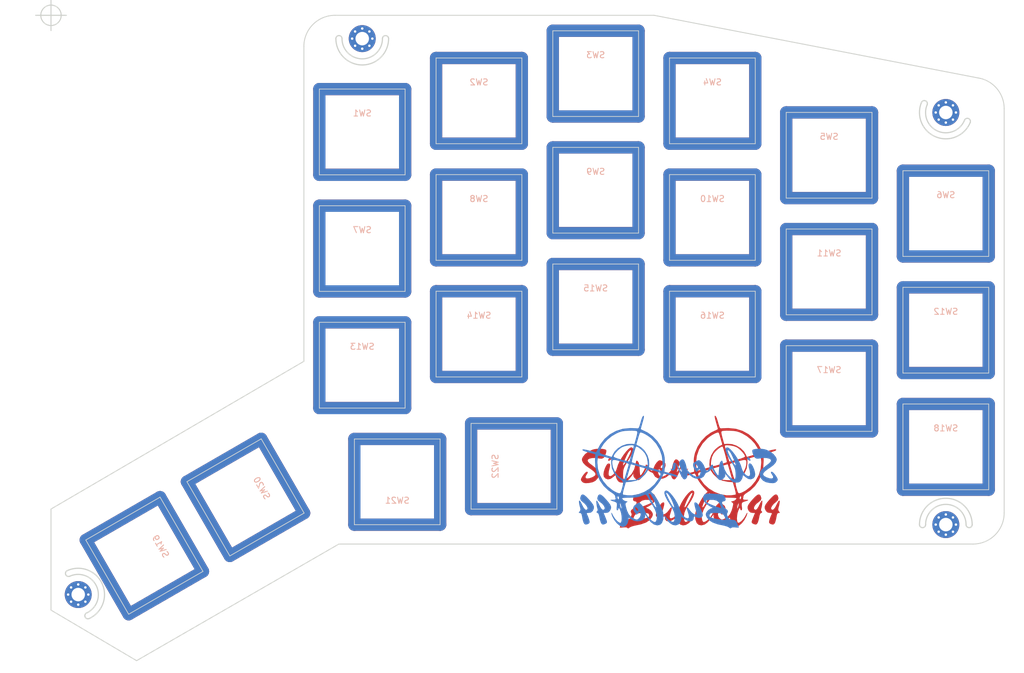
<source format=kicad_pcb>
(kicad_pcb (version 20171130) (host pcbnew 5.1.5+dfsg1-2build2)

  (general
    (thickness 1.6)
    (drawings 31)
    (tracks 0)
    (zones 0)
    (modules 29)
    (nets 1)
  )

  (page A4)
  (layers
    (0 F.Cu signal)
    (31 B.Cu signal)
    (32 B.Adhes user)
    (33 F.Adhes user)
    (34 B.Paste user)
    (35 F.Paste user)
    (36 B.SilkS user)
    (37 F.SilkS user)
    (38 B.Mask user)
    (39 F.Mask user)
    (40 Dwgs.User user)
    (41 Cmts.User user)
    (42 Eco1.User user)
    (43 Eco2.User user)
    (44 Edge.Cuts user)
    (45 Margin user)
    (46 B.CrtYd user)
    (47 F.CrtYd user)
    (48 B.Fab user)
    (49 F.Fab user)
  )

  (setup
    (last_trace_width 0.25)
    (trace_clearance 0.2)
    (zone_clearance 0.508)
    (zone_45_only no)
    (trace_min 0.2)
    (via_size 0.8)
    (via_drill 0.4)
    (via_min_size 0.4)
    (via_min_drill 0.3)
    (uvia_size 0.3)
    (uvia_drill 0.1)
    (uvias_allowed no)
    (uvia_min_size 0.2)
    (uvia_min_drill 0.1)
    (edge_width 0.15)
    (segment_width 0.2)
    (pcb_text_width 0.3)
    (pcb_text_size 1.5 1.5)
    (mod_edge_width 0.15)
    (mod_text_size 1 1)
    (mod_text_width 0.15)
    (pad_size 1.5 11)
    (pad_drill 0.5)
    (pad_to_mask_clearance 0.051)
    (solder_mask_min_width 0.25)
    (aux_axis_origin 12.065 12.065)
    (grid_origin 12.065 12.065)
    (visible_elements FFFFFFFF)
    (pcbplotparams
      (layerselection 0x010fc_ffffffff)
      (usegerberextensions true)
      (usegerberattributes false)
      (usegerberadvancedattributes false)
      (creategerberjobfile false)
      (excludeedgelayer true)
      (linewidth 0.100000)
      (plotframeref false)
      (viasonmask false)
      (mode 1)
      (useauxorigin false)
      (hpglpennumber 1)
      (hpglpenspeed 20)
      (hpglpendiameter 15.000000)
      (psnegative false)
      (psa4output false)
      (plotreference false)
      (plotvalue false)
      (plotinvisibletext false)
      (padsonsilk false)
      (subtractmaskfromsilk false)
      (outputformat 1)
      (mirror false)
      (drillshape 0)
      (scaleselection 1)
      (outputdirectory "garber"))
  )

  (net 0 "")

  (net_class Default "これはデフォルトのネット クラスです。"
    (clearance 0.2)
    (trace_width 0.25)
    (via_dia 0.8)
    (via_drill 0.4)
    (uvia_dia 0.3)
    (uvia_drill 0.1)
  )

  (net_class POWER ""
    (clearance 0.2)
    (trace_width 0.4)
    (via_dia 0.8)
    (via_drill 0.4)
    (uvia_dia 0.3)
    (uvia_drill 0.1)
  )

  (module silverbullet44:SW_Hole_TH (layer F.Cu) (tedit 5F69C25A) (tstamp 5F316582)
    (at 43.815 90.805 120)
    (path /5CED6B1A)
    (fp_text reference SW20 (at 0 3.048 120) (layer B.CrtYd)
      (effects (font (size 1 1) (thickness 0.15)) (justify mirror))
    )
    (fp_text value SW_PUSH (at 0 -7.9375 120) (layer Dwgs.User)
      (effects (font (size 1 1) (thickness 0.15)))
    )
    (fp_line (start 9.525 9.525) (end 9.525 -9.525) (layer F.Fab) (width 0.15))
    (fp_line (start -9.525 9.525) (end 9.525 9.525) (layer F.Fab) (width 0.15))
    (fp_line (start -9.525 -9.525) (end -9.525 9.525) (layer F.Fab) (width 0.15))
    (fp_line (start 9.525 -9.525) (end -9.525 -9.525) (layer F.Fab) (width 0.15))
    (fp_line (start -7 -7) (end -7 7) (layer Edge.Cuts) (width 0.12))
    (fp_line (start -7 7) (end 7 7) (layer Edge.Cuts) (width 0.12))
    (fp_line (start 7 7) (end 7 -7) (layer Edge.Cuts) (width 0.12))
    (fp_line (start 7 -7) (end -7 -7) (layer Edge.Cuts) (width 0.12))
    (fp_text user %R (at 0 3.048 120) (layer B.SilkS)
      (effects (font (size 1 1) (thickness 0.15)) (justify mirror))
    )
    (pad "" thru_hole oval (at 0 7 210) (size 2 16) (drill oval 0.01 14) (layers *.Cu *.Mask))
    (pad "" thru_hole oval (at 0 -7 210) (size 2 16) (drill oval 0.01 14) (layers *.Cu *.Mask))
    (pad "" thru_hole oval (at 7 0 120) (size 2 16) (drill oval 0.01 14) (layers *.Cu *.Mask))
    (pad "" thru_hole oval (at -7 0 120) (size 2 16) (drill oval 0.01 14) (layers *.Cu *.Mask))
  )

  (module silverbullet44:SW_Hole_TH (layer F.Cu) (tedit 5F69C25A) (tstamp 5F316561)
    (at 27.305 100.33 120)
    (path /5CED66AF)
    (fp_text reference SW19 (at 0 3.048 120) (layer B.CrtYd)
      (effects (font (size 1 1) (thickness 0.15)) (justify mirror))
    )
    (fp_text value SW_PUSH (at 0 -7.9375 120) (layer Dwgs.User)
      (effects (font (size 1 1) (thickness 0.15)))
    )
    (fp_line (start 9.525 9.525) (end 9.525 -9.525) (layer F.Fab) (width 0.15))
    (fp_line (start -9.525 9.525) (end 9.525 9.525) (layer F.Fab) (width 0.15))
    (fp_line (start -9.525 -9.525) (end -9.525 9.525) (layer F.Fab) (width 0.15))
    (fp_line (start 9.525 -9.525) (end -9.525 -9.525) (layer F.Fab) (width 0.15))
    (fp_line (start -7 -7) (end -7 7) (layer Edge.Cuts) (width 0.12))
    (fp_line (start -7 7) (end 7 7) (layer Edge.Cuts) (width 0.12))
    (fp_line (start 7 7) (end 7 -7) (layer Edge.Cuts) (width 0.12))
    (fp_line (start 7 -7) (end -7 -7) (layer Edge.Cuts) (width 0.12))
    (fp_text user %R (at 0 3.048 120) (layer B.SilkS)
      (effects (font (size 1 1) (thickness 0.15)) (justify mirror))
    )
    (pad "" thru_hole oval (at 0 7 210) (size 2 16) (drill oval 0.01 14) (layers *.Cu *.Mask))
    (pad "" thru_hole oval (at 0 -7 210) (size 2 16) (drill oval 0.01 14) (layers *.Cu *.Mask))
    (pad "" thru_hole oval (at 7 0 120) (size 2 16) (drill oval 0.01 14) (layers *.Cu *.Mask))
    (pad "" thru_hole oval (at -7 0 120) (size 2 16) (drill oval 0.01 14) (layers *.Cu *.Mask))
  )

  (module silverbullet44:SW_Hole_TH (layer F.Cu) (tedit 5F69C25A) (tstamp 5F3165C4)
    (at 87.63 85.725 270)
    (path /5CED7BF0)
    (fp_text reference SW22 (at 0 3.048 90) (layer B.CrtYd)
      (effects (font (size 1 1) (thickness 0.15)) (justify mirror))
    )
    (fp_text value SW_PUSH (at 0 -7.9375 90) (layer Dwgs.User)
      (effects (font (size 1 1) (thickness 0.15)))
    )
    (fp_line (start 9.525 9.525) (end 9.525 -9.525) (layer F.Fab) (width 0.15))
    (fp_line (start -9.525 9.525) (end 9.525 9.525) (layer F.Fab) (width 0.15))
    (fp_line (start -9.525 -9.525) (end -9.525 9.525) (layer F.Fab) (width 0.15))
    (fp_line (start 9.525 -9.525) (end -9.525 -9.525) (layer F.Fab) (width 0.15))
    (fp_line (start -7 -7) (end -7 7) (layer Edge.Cuts) (width 0.12))
    (fp_line (start -7 7) (end 7 7) (layer Edge.Cuts) (width 0.12))
    (fp_line (start 7 7) (end 7 -7) (layer Edge.Cuts) (width 0.12))
    (fp_line (start 7 -7) (end -7 -7) (layer Edge.Cuts) (width 0.12))
    (fp_text user %R (at 0 3.048 90) (layer B.SilkS)
      (effects (font (size 1 1) (thickness 0.15)) (justify mirror))
    )
    (pad "" thru_hole oval (at 0 7) (size 2 16) (drill oval 0.01 14) (layers *.Cu *.Mask))
    (pad "" thru_hole oval (at 0 -7) (size 2 16) (drill oval 0.01 14) (layers *.Cu *.Mask))
    (pad "" thru_hole oval (at 7 0 270) (size 2 16) (drill oval 0.01 14) (layers *.Cu *.Mask))
    (pad "" thru_hole oval (at -7 0 270) (size 2 16) (drill oval 0.01 14) (layers *.Cu *.Mask))
  )

  (module silverbullet44:SW_Hole_TH (layer F.Cu) (tedit 5F69C25A) (tstamp 5F316330)
    (at 81.915 26.035 180)
    (path /5CED6AF0)
    (fp_text reference SW2 (at 0 3.048) (layer B.CrtYd)
      (effects (font (size 1 1) (thickness 0.15)) (justify mirror))
    )
    (fp_text value SW_PUSH (at 0 -7.9375) (layer Dwgs.User)
      (effects (font (size 1 1) (thickness 0.15)))
    )
    (fp_line (start 9.525 9.525) (end 9.525 -9.525) (layer F.Fab) (width 0.15))
    (fp_line (start -9.525 9.525) (end 9.525 9.525) (layer F.Fab) (width 0.15))
    (fp_line (start -9.525 -9.525) (end -9.525 9.525) (layer F.Fab) (width 0.15))
    (fp_line (start 9.525 -9.525) (end -9.525 -9.525) (layer F.Fab) (width 0.15))
    (fp_line (start -7 -7) (end -7 7) (layer Edge.Cuts) (width 0.12))
    (fp_line (start -7 7) (end 7 7) (layer Edge.Cuts) (width 0.12))
    (fp_line (start 7 7) (end 7 -7) (layer Edge.Cuts) (width 0.12))
    (fp_line (start 7 -7) (end -7 -7) (layer Edge.Cuts) (width 0.12))
    (fp_text user %R (at 0 3.048) (layer B.SilkS)
      (effects (font (size 1 1) (thickness 0.15)) (justify mirror))
    )
    (pad "" thru_hole oval (at 0 7 270) (size 2 16) (drill oval 0.01 14) (layers *.Cu *.Mask))
    (pad "" thru_hole oval (at 0 -7 270) (size 2 16) (drill oval 0.01 14) (layers *.Cu *.Mask))
    (pad "" thru_hole oval (at 7 0 180) (size 2 16) (drill oval 0.01 14) (layers *.Cu *.Mask))
    (pad "" thru_hole oval (at -7 0 180) (size 2 16) (drill oval 0.01 14) (layers *.Cu *.Mask))
  )

  (module silverbullet44:SW_Hole_TH (layer F.Cu) (tedit 5F69C25A) (tstamp 5F316351)
    (at 100.965 21.59 180)
    (path /5CED70A8)
    (fp_text reference SW3 (at 0 3.048) (layer B.CrtYd)
      (effects (font (size 1 1) (thickness 0.15)) (justify mirror))
    )
    (fp_text value SW_PUSH (at 0 -7.9375) (layer Dwgs.User)
      (effects (font (size 1 1) (thickness 0.15)))
    )
    (fp_line (start 9.525 9.525) (end 9.525 -9.525) (layer F.Fab) (width 0.15))
    (fp_line (start -9.525 9.525) (end 9.525 9.525) (layer F.Fab) (width 0.15))
    (fp_line (start -9.525 -9.525) (end -9.525 9.525) (layer F.Fab) (width 0.15))
    (fp_line (start 9.525 -9.525) (end -9.525 -9.525) (layer F.Fab) (width 0.15))
    (fp_line (start -7 -7) (end -7 7) (layer Edge.Cuts) (width 0.12))
    (fp_line (start -7 7) (end 7 7) (layer Edge.Cuts) (width 0.12))
    (fp_line (start 7 7) (end 7 -7) (layer Edge.Cuts) (width 0.12))
    (fp_line (start 7 -7) (end -7 -7) (layer Edge.Cuts) (width 0.12))
    (fp_text user %R (at 0 3.048) (layer B.SilkS)
      (effects (font (size 1 1) (thickness 0.15)) (justify mirror))
    )
    (pad "" thru_hole oval (at 0 7 270) (size 2 16) (drill oval 0.01 14) (layers *.Cu *.Mask))
    (pad "" thru_hole oval (at 0 -7 270) (size 2 16) (drill oval 0.01 14) (layers *.Cu *.Mask))
    (pad "" thru_hole oval (at 7 0 180) (size 2 16) (drill oval 0.01 14) (layers *.Cu *.Mask))
    (pad "" thru_hole oval (at -7 0 180) (size 2 16) (drill oval 0.01 14) (layers *.Cu *.Mask))
  )

  (module silverbullet44:SW_Hole_TH (layer F.Cu) (tedit 5F69C25A) (tstamp 5F316372)
    (at 120.015 26.035 180)
    (path /5CED7BC6)
    (fp_text reference SW4 (at 0 3.048) (layer B.CrtYd)
      (effects (font (size 1 1) (thickness 0.15)) (justify mirror))
    )
    (fp_text value SW_PUSH (at 0 -7.9375) (layer Dwgs.User)
      (effects (font (size 1 1) (thickness 0.15)))
    )
    (fp_line (start 9.525 9.525) (end 9.525 -9.525) (layer F.Fab) (width 0.15))
    (fp_line (start -9.525 9.525) (end 9.525 9.525) (layer F.Fab) (width 0.15))
    (fp_line (start -9.525 -9.525) (end -9.525 9.525) (layer F.Fab) (width 0.15))
    (fp_line (start 9.525 -9.525) (end -9.525 -9.525) (layer F.Fab) (width 0.15))
    (fp_line (start -7 -7) (end -7 7) (layer Edge.Cuts) (width 0.12))
    (fp_line (start -7 7) (end 7 7) (layer Edge.Cuts) (width 0.12))
    (fp_line (start 7 7) (end 7 -7) (layer Edge.Cuts) (width 0.12))
    (fp_line (start 7 -7) (end -7 -7) (layer Edge.Cuts) (width 0.12))
    (fp_text user %R (at 0 3.048) (layer B.SilkS)
      (effects (font (size 1 1) (thickness 0.15)) (justify mirror))
    )
    (pad "" thru_hole oval (at 0 7 270) (size 2 16) (drill oval 0.01 14) (layers *.Cu *.Mask))
    (pad "" thru_hole oval (at 0 -7 270) (size 2 16) (drill oval 0.01 14) (layers *.Cu *.Mask))
    (pad "" thru_hole oval (at 7 0 180) (size 2 16) (drill oval 0.01 14) (layers *.Cu *.Mask))
    (pad "" thru_hole oval (at -7 0 180) (size 2 16) (drill oval 0.01 14) (layers *.Cu *.Mask))
  )

  (module silverbullet44:SW_Hole_TH (layer F.Cu) (tedit 5F69C25A) (tstamp 5F316393)
    (at 139.065 34.925 180)
    (path /5CED7BFE)
    (fp_text reference SW5 (at 0 3.048) (layer B.CrtYd)
      (effects (font (size 1 1) (thickness 0.15)) (justify mirror))
    )
    (fp_text value SW_PUSH (at 0 -7.9375) (layer Dwgs.User)
      (effects (font (size 1 1) (thickness 0.15)))
    )
    (fp_line (start 9.525 9.525) (end 9.525 -9.525) (layer F.Fab) (width 0.15))
    (fp_line (start -9.525 9.525) (end 9.525 9.525) (layer F.Fab) (width 0.15))
    (fp_line (start -9.525 -9.525) (end -9.525 9.525) (layer F.Fab) (width 0.15))
    (fp_line (start 9.525 -9.525) (end -9.525 -9.525) (layer F.Fab) (width 0.15))
    (fp_line (start -7 -7) (end -7 7) (layer Edge.Cuts) (width 0.12))
    (fp_line (start -7 7) (end 7 7) (layer Edge.Cuts) (width 0.12))
    (fp_line (start 7 7) (end 7 -7) (layer Edge.Cuts) (width 0.12))
    (fp_line (start 7 -7) (end -7 -7) (layer Edge.Cuts) (width 0.12))
    (fp_text user %R (at 0 3.048) (layer B.SilkS)
      (effects (font (size 1 1) (thickness 0.15)) (justify mirror))
    )
    (pad "" thru_hole oval (at 0 7 270) (size 2 16) (drill oval 0.01 14) (layers *.Cu *.Mask))
    (pad "" thru_hole oval (at 0 -7 270) (size 2 16) (drill oval 0.01 14) (layers *.Cu *.Mask))
    (pad "" thru_hole oval (at 7 0 180) (size 2 16) (drill oval 0.01 14) (layers *.Cu *.Mask))
    (pad "" thru_hole oval (at -7 0 180) (size 2 16) (drill oval 0.01 14) (layers *.Cu *.Mask))
  )

  (module silverbullet44:SW_Hole_TH (layer F.Cu) (tedit 5F69C25A) (tstamp 5F3163B4)
    (at 158.115 44.45 180)
    (path /5CED7C36)
    (fp_text reference SW6 (at 0 3.048) (layer B.CrtYd)
      (effects (font (size 1 1) (thickness 0.15)) (justify mirror))
    )
    (fp_text value SW_PUSH (at 0 -7.9375) (layer Dwgs.User)
      (effects (font (size 1 1) (thickness 0.15)))
    )
    (fp_line (start 9.525 9.525) (end 9.525 -9.525) (layer F.Fab) (width 0.15))
    (fp_line (start -9.525 9.525) (end 9.525 9.525) (layer F.Fab) (width 0.15))
    (fp_line (start -9.525 -9.525) (end -9.525 9.525) (layer F.Fab) (width 0.15))
    (fp_line (start 9.525 -9.525) (end -9.525 -9.525) (layer F.Fab) (width 0.15))
    (fp_line (start -7 -7) (end -7 7) (layer Edge.Cuts) (width 0.12))
    (fp_line (start -7 7) (end 7 7) (layer Edge.Cuts) (width 0.12))
    (fp_line (start 7 7) (end 7 -7) (layer Edge.Cuts) (width 0.12))
    (fp_line (start 7 -7) (end -7 -7) (layer Edge.Cuts) (width 0.12))
    (fp_text user %R (at 0 3.048) (layer B.SilkS)
      (effects (font (size 1 1) (thickness 0.15)) (justify mirror))
    )
    (pad "" thru_hole oval (at 0 7 270) (size 2 16) (drill oval 0.01 14) (layers *.Cu *.Mask))
    (pad "" thru_hole oval (at 0 -7 270) (size 2 16) (drill oval 0.01 14) (layers *.Cu *.Mask))
    (pad "" thru_hole oval (at 7 0 180) (size 2 16) (drill oval 0.01 14) (layers *.Cu *.Mask))
    (pad "" thru_hole oval (at -7 0 180) (size 2 16) (drill oval 0.01 14) (layers *.Cu *.Mask))
  )

  (module silverbullet44:SW_Hole_TH (layer F.Cu) (tedit 5F69C25A) (tstamp 5F3163D5)
    (at 62.865 50.165 180)
    (path /5CED63E7)
    (fp_text reference SW7 (at 0 3.048) (layer B.CrtYd)
      (effects (font (size 1 1) (thickness 0.15)) (justify mirror))
    )
    (fp_text value SW_PUSH (at 0 -7.9375) (layer Dwgs.User)
      (effects (font (size 1 1) (thickness 0.15)))
    )
    (fp_line (start 9.525 9.525) (end 9.525 -9.525) (layer F.Fab) (width 0.15))
    (fp_line (start -9.525 9.525) (end 9.525 9.525) (layer F.Fab) (width 0.15))
    (fp_line (start -9.525 -9.525) (end -9.525 9.525) (layer F.Fab) (width 0.15))
    (fp_line (start 9.525 -9.525) (end -9.525 -9.525) (layer F.Fab) (width 0.15))
    (fp_line (start -7 -7) (end -7 7) (layer Edge.Cuts) (width 0.12))
    (fp_line (start -7 7) (end 7 7) (layer Edge.Cuts) (width 0.12))
    (fp_line (start 7 7) (end 7 -7) (layer Edge.Cuts) (width 0.12))
    (fp_line (start 7 -7) (end -7 -7) (layer Edge.Cuts) (width 0.12))
    (fp_text user %R (at 0 3.048) (layer B.SilkS)
      (effects (font (size 1 1) (thickness 0.15)) (justify mirror))
    )
    (pad "" thru_hole oval (at 0 7 270) (size 2 16) (drill oval 0.01 14) (layers *.Cu *.Mask))
    (pad "" thru_hole oval (at 0 -7 270) (size 2 16) (drill oval 0.01 14) (layers *.Cu *.Mask))
    (pad "" thru_hole oval (at 7 0 180) (size 2 16) (drill oval 0.01 14) (layers *.Cu *.Mask))
    (pad "" thru_hole oval (at -7 0 180) (size 2 16) (drill oval 0.01 14) (layers *.Cu *.Mask))
  )

  (module silverbullet44:SW_Hole_TH (layer F.Cu) (tedit 5F69C25A) (tstamp 5F3163F6)
    (at 81.915 45.085 180)
    (path /5CED6AFE)
    (fp_text reference SW8 (at 0 3.048) (layer B.CrtYd)
      (effects (font (size 1 1) (thickness 0.15)) (justify mirror))
    )
    (fp_text value SW_PUSH (at 0 -7.9375) (layer Dwgs.User)
      (effects (font (size 1 1) (thickness 0.15)))
    )
    (fp_line (start 9.525 9.525) (end 9.525 -9.525) (layer F.Fab) (width 0.15))
    (fp_line (start -9.525 9.525) (end 9.525 9.525) (layer F.Fab) (width 0.15))
    (fp_line (start -9.525 -9.525) (end -9.525 9.525) (layer F.Fab) (width 0.15))
    (fp_line (start 9.525 -9.525) (end -9.525 -9.525) (layer F.Fab) (width 0.15))
    (fp_line (start -7 -7) (end -7 7) (layer Edge.Cuts) (width 0.12))
    (fp_line (start -7 7) (end 7 7) (layer Edge.Cuts) (width 0.12))
    (fp_line (start 7 7) (end 7 -7) (layer Edge.Cuts) (width 0.12))
    (fp_line (start 7 -7) (end -7 -7) (layer Edge.Cuts) (width 0.12))
    (fp_text user %R (at 0 3.048) (layer B.SilkS)
      (effects (font (size 1 1) (thickness 0.15)) (justify mirror))
    )
    (pad "" thru_hole oval (at 0 7 270) (size 2 16) (drill oval 0.01 14) (layers *.Cu *.Mask))
    (pad "" thru_hole oval (at 0 -7 270) (size 2 16) (drill oval 0.01 14) (layers *.Cu *.Mask))
    (pad "" thru_hole oval (at 7 0 180) (size 2 16) (drill oval 0.01 14) (layers *.Cu *.Mask))
    (pad "" thru_hole oval (at -7 0 180) (size 2 16) (drill oval 0.01 14) (layers *.Cu *.Mask))
  )

  (module silverbullet44:SW_Hole_TH (layer F.Cu) (tedit 5F69C25A) (tstamp 5F316417)
    (at 100.965 40.64 180)
    (path /5CED70B6)
    (fp_text reference SW9 (at 0 3.048) (layer B.CrtYd)
      (effects (font (size 1 1) (thickness 0.15)) (justify mirror))
    )
    (fp_text value SW_PUSH (at 0 -7.9375) (layer Dwgs.User)
      (effects (font (size 1 1) (thickness 0.15)))
    )
    (fp_line (start 9.525 9.525) (end 9.525 -9.525) (layer F.Fab) (width 0.15))
    (fp_line (start -9.525 9.525) (end 9.525 9.525) (layer F.Fab) (width 0.15))
    (fp_line (start -9.525 -9.525) (end -9.525 9.525) (layer F.Fab) (width 0.15))
    (fp_line (start 9.525 -9.525) (end -9.525 -9.525) (layer F.Fab) (width 0.15))
    (fp_line (start -7 -7) (end -7 7) (layer Edge.Cuts) (width 0.12))
    (fp_line (start -7 7) (end 7 7) (layer Edge.Cuts) (width 0.12))
    (fp_line (start 7 7) (end 7 -7) (layer Edge.Cuts) (width 0.12))
    (fp_line (start 7 -7) (end -7 -7) (layer Edge.Cuts) (width 0.12))
    (fp_text user %R (at 0 3.048) (layer B.SilkS)
      (effects (font (size 1 1) (thickness 0.15)) (justify mirror))
    )
    (pad "" thru_hole oval (at 0 7 270) (size 2 16) (drill oval 0.01 14) (layers *.Cu *.Mask))
    (pad "" thru_hole oval (at 0 -7 270) (size 2 16) (drill oval 0.01 14) (layers *.Cu *.Mask))
    (pad "" thru_hole oval (at 7 0 180) (size 2 16) (drill oval 0.01 14) (layers *.Cu *.Mask))
    (pad "" thru_hole oval (at -7 0 180) (size 2 16) (drill oval 0.01 14) (layers *.Cu *.Mask))
  )

  (module silverbullet44:SW_Hole_TH (layer F.Cu) (tedit 5F69C25A) (tstamp 5F316438)
    (at 120.015 45.085 180)
    (path /5CED7BD4)
    (fp_text reference SW10 (at 0 3.048) (layer B.CrtYd)
      (effects (font (size 1 1) (thickness 0.15)) (justify mirror))
    )
    (fp_text value SW_PUSH (at 0 -7.9375) (layer Dwgs.User)
      (effects (font (size 1 1) (thickness 0.15)))
    )
    (fp_line (start 9.525 9.525) (end 9.525 -9.525) (layer F.Fab) (width 0.15))
    (fp_line (start -9.525 9.525) (end 9.525 9.525) (layer F.Fab) (width 0.15))
    (fp_line (start -9.525 -9.525) (end -9.525 9.525) (layer F.Fab) (width 0.15))
    (fp_line (start 9.525 -9.525) (end -9.525 -9.525) (layer F.Fab) (width 0.15))
    (fp_line (start -7 -7) (end -7 7) (layer Edge.Cuts) (width 0.12))
    (fp_line (start -7 7) (end 7 7) (layer Edge.Cuts) (width 0.12))
    (fp_line (start 7 7) (end 7 -7) (layer Edge.Cuts) (width 0.12))
    (fp_line (start 7 -7) (end -7 -7) (layer Edge.Cuts) (width 0.12))
    (fp_text user %R (at 0 3.048) (layer B.SilkS)
      (effects (font (size 1 1) (thickness 0.15)) (justify mirror))
    )
    (pad "" thru_hole oval (at 0 7 270) (size 2 16) (drill oval 0.01 14) (layers *.Cu *.Mask))
    (pad "" thru_hole oval (at 0 -7 270) (size 2 16) (drill oval 0.01 14) (layers *.Cu *.Mask))
    (pad "" thru_hole oval (at 7 0 180) (size 2 16) (drill oval 0.01 14) (layers *.Cu *.Mask))
    (pad "" thru_hole oval (at -7 0 180) (size 2 16) (drill oval 0.01 14) (layers *.Cu *.Mask))
  )

  (module silverbullet44:SW_Hole_TH (layer F.Cu) (tedit 5F69C25A) (tstamp 5F316459)
    (at 139.065 53.975 180)
    (path /5CED7C0C)
    (fp_text reference SW11 (at 0 3.048) (layer B.CrtYd)
      (effects (font (size 1 1) (thickness 0.15)) (justify mirror))
    )
    (fp_text value SW_PUSH (at 0 -7.9375) (layer Dwgs.User)
      (effects (font (size 1 1) (thickness 0.15)))
    )
    (fp_line (start 9.525 9.525) (end 9.525 -9.525) (layer F.Fab) (width 0.15))
    (fp_line (start -9.525 9.525) (end 9.525 9.525) (layer F.Fab) (width 0.15))
    (fp_line (start -9.525 -9.525) (end -9.525 9.525) (layer F.Fab) (width 0.15))
    (fp_line (start 9.525 -9.525) (end -9.525 -9.525) (layer F.Fab) (width 0.15))
    (fp_line (start -7 -7) (end -7 7) (layer Edge.Cuts) (width 0.12))
    (fp_line (start -7 7) (end 7 7) (layer Edge.Cuts) (width 0.12))
    (fp_line (start 7 7) (end 7 -7) (layer Edge.Cuts) (width 0.12))
    (fp_line (start 7 -7) (end -7 -7) (layer Edge.Cuts) (width 0.12))
    (fp_text user %R (at 0 3.048) (layer B.SilkS)
      (effects (font (size 1 1) (thickness 0.15)) (justify mirror))
    )
    (pad "" thru_hole oval (at 0 7 270) (size 2 16) (drill oval 0.01 14) (layers *.Cu *.Mask))
    (pad "" thru_hole oval (at 0 -7 270) (size 2 16) (drill oval 0.01 14) (layers *.Cu *.Mask))
    (pad "" thru_hole oval (at 7 0 180) (size 2 16) (drill oval 0.01 14) (layers *.Cu *.Mask))
    (pad "" thru_hole oval (at -7 0 180) (size 2 16) (drill oval 0.01 14) (layers *.Cu *.Mask))
  )

  (module silverbullet44:SW_Hole_TH (layer F.Cu) (tedit 5F69C25A) (tstamp 5F31647A)
    (at 158.115 63.5 180)
    (path /5CED7C44)
    (fp_text reference SW12 (at 0 3.048) (layer B.CrtYd)
      (effects (font (size 1 1) (thickness 0.15)) (justify mirror))
    )
    (fp_text value SW_PUSH (at 0 -7.9375) (layer Dwgs.User)
      (effects (font (size 1 1) (thickness 0.15)))
    )
    (fp_line (start 9.525 9.525) (end 9.525 -9.525) (layer F.Fab) (width 0.15))
    (fp_line (start -9.525 9.525) (end 9.525 9.525) (layer F.Fab) (width 0.15))
    (fp_line (start -9.525 -9.525) (end -9.525 9.525) (layer F.Fab) (width 0.15))
    (fp_line (start 9.525 -9.525) (end -9.525 -9.525) (layer F.Fab) (width 0.15))
    (fp_line (start -7 -7) (end -7 7) (layer Edge.Cuts) (width 0.12))
    (fp_line (start -7 7) (end 7 7) (layer Edge.Cuts) (width 0.12))
    (fp_line (start 7 7) (end 7 -7) (layer Edge.Cuts) (width 0.12))
    (fp_line (start 7 -7) (end -7 -7) (layer Edge.Cuts) (width 0.12))
    (fp_text user %R (at 0 3.048) (layer B.SilkS)
      (effects (font (size 1 1) (thickness 0.15)) (justify mirror))
    )
    (pad "" thru_hole oval (at 0 7 270) (size 2 16) (drill oval 0.01 14) (layers *.Cu *.Mask))
    (pad "" thru_hole oval (at 0 -7 270) (size 2 16) (drill oval 0.01 14) (layers *.Cu *.Mask))
    (pad "" thru_hole oval (at 7 0 180) (size 2 16) (drill oval 0.01 14) (layers *.Cu *.Mask))
    (pad "" thru_hole oval (at -7 0 180) (size 2 16) (drill oval 0.01 14) (layers *.Cu *.Mask))
  )

  (module silverbullet44:SW_Hole_TH (layer F.Cu) (tedit 5F69C25A) (tstamp 5F31649B)
    (at 62.865 69.215 180)
    (path /5CED6479)
    (fp_text reference SW13 (at 0 3.048) (layer B.CrtYd)
      (effects (font (size 1 1) (thickness 0.15)) (justify mirror))
    )
    (fp_text value SW_PUSH (at 0 -7.9375) (layer Dwgs.User)
      (effects (font (size 1 1) (thickness 0.15)))
    )
    (fp_line (start 9.525 9.525) (end 9.525 -9.525) (layer F.Fab) (width 0.15))
    (fp_line (start -9.525 9.525) (end 9.525 9.525) (layer F.Fab) (width 0.15))
    (fp_line (start -9.525 -9.525) (end -9.525 9.525) (layer F.Fab) (width 0.15))
    (fp_line (start 9.525 -9.525) (end -9.525 -9.525) (layer F.Fab) (width 0.15))
    (fp_line (start -7 -7) (end -7 7) (layer Edge.Cuts) (width 0.12))
    (fp_line (start -7 7) (end 7 7) (layer Edge.Cuts) (width 0.12))
    (fp_line (start 7 7) (end 7 -7) (layer Edge.Cuts) (width 0.12))
    (fp_line (start 7 -7) (end -7 -7) (layer Edge.Cuts) (width 0.12))
    (fp_text user %R (at 0 3.048) (layer B.SilkS)
      (effects (font (size 1 1) (thickness 0.15)) (justify mirror))
    )
    (pad "" thru_hole oval (at 0 7 270) (size 2 16) (drill oval 0.01 14) (layers *.Cu *.Mask))
    (pad "" thru_hole oval (at 0 -7 270) (size 2 16) (drill oval 0.01 14) (layers *.Cu *.Mask))
    (pad "" thru_hole oval (at 7 0 180) (size 2 16) (drill oval 0.01 14) (layers *.Cu *.Mask))
    (pad "" thru_hole oval (at -7 0 180) (size 2 16) (drill oval 0.01 14) (layers *.Cu *.Mask))
  )

  (module silverbullet44:SW_Hole_TH (layer F.Cu) (tedit 5F69C25A) (tstamp 5F3164BC)
    (at 81.915 64.135 180)
    (path /5CED6B0C)
    (fp_text reference SW14 (at 0 3.048) (layer B.CrtYd)
      (effects (font (size 1 1) (thickness 0.15)) (justify mirror))
    )
    (fp_text value SW_PUSH (at 0 -7.9375) (layer Dwgs.User)
      (effects (font (size 1 1) (thickness 0.15)))
    )
    (fp_line (start 9.525 9.525) (end 9.525 -9.525) (layer F.Fab) (width 0.15))
    (fp_line (start -9.525 9.525) (end 9.525 9.525) (layer F.Fab) (width 0.15))
    (fp_line (start -9.525 -9.525) (end -9.525 9.525) (layer F.Fab) (width 0.15))
    (fp_line (start 9.525 -9.525) (end -9.525 -9.525) (layer F.Fab) (width 0.15))
    (fp_line (start -7 -7) (end -7 7) (layer Edge.Cuts) (width 0.12))
    (fp_line (start -7 7) (end 7 7) (layer Edge.Cuts) (width 0.12))
    (fp_line (start 7 7) (end 7 -7) (layer Edge.Cuts) (width 0.12))
    (fp_line (start 7 -7) (end -7 -7) (layer Edge.Cuts) (width 0.12))
    (fp_text user %R (at 0 3.048) (layer B.SilkS)
      (effects (font (size 1 1) (thickness 0.15)) (justify mirror))
    )
    (pad "" thru_hole oval (at 0 7 270) (size 2 16) (drill oval 0.01 14) (layers *.Cu *.Mask))
    (pad "" thru_hole oval (at 0 -7 270) (size 2 16) (drill oval 0.01 14) (layers *.Cu *.Mask))
    (pad "" thru_hole oval (at 7 0 180) (size 2 16) (drill oval 0.01 14) (layers *.Cu *.Mask))
    (pad "" thru_hole oval (at -7 0 180) (size 2 16) (drill oval 0.01 14) (layers *.Cu *.Mask))
  )

  (module silverbullet44:SW_Hole_TH (layer F.Cu) (tedit 5F69C25A) (tstamp 5F3164DD)
    (at 100.965 59.69 180)
    (path /5CED70C4)
    (fp_text reference SW15 (at 0 3.048) (layer B.CrtYd)
      (effects (font (size 1 1) (thickness 0.15)) (justify mirror))
    )
    (fp_text value SW_PUSH (at 0 -7.9375) (layer Dwgs.User)
      (effects (font (size 1 1) (thickness 0.15)))
    )
    (fp_line (start 9.525 9.525) (end 9.525 -9.525) (layer F.Fab) (width 0.15))
    (fp_line (start -9.525 9.525) (end 9.525 9.525) (layer F.Fab) (width 0.15))
    (fp_line (start -9.525 -9.525) (end -9.525 9.525) (layer F.Fab) (width 0.15))
    (fp_line (start 9.525 -9.525) (end -9.525 -9.525) (layer F.Fab) (width 0.15))
    (fp_line (start -7 -7) (end -7 7) (layer Edge.Cuts) (width 0.12))
    (fp_line (start -7 7) (end 7 7) (layer Edge.Cuts) (width 0.12))
    (fp_line (start 7 7) (end 7 -7) (layer Edge.Cuts) (width 0.12))
    (fp_line (start 7 -7) (end -7 -7) (layer Edge.Cuts) (width 0.12))
    (fp_text user %R (at 0 3.048) (layer B.SilkS)
      (effects (font (size 1 1) (thickness 0.15)) (justify mirror))
    )
    (pad "" thru_hole oval (at 0 7 270) (size 2 16) (drill oval 0.01 14) (layers *.Cu *.Mask))
    (pad "" thru_hole oval (at 0 -7 270) (size 2 16) (drill oval 0.01 14) (layers *.Cu *.Mask))
    (pad "" thru_hole oval (at 7 0 180) (size 2 16) (drill oval 0.01 14) (layers *.Cu *.Mask))
    (pad "" thru_hole oval (at -7 0 180) (size 2 16) (drill oval 0.01 14) (layers *.Cu *.Mask))
  )

  (module silverbullet44:SW_Hole_TH (layer F.Cu) (tedit 5F69C25A) (tstamp 5F3164FE)
    (at 120.015 64.135 180)
    (path /5CED7BE2)
    (fp_text reference SW16 (at 0 3.048) (layer B.CrtYd)
      (effects (font (size 1 1) (thickness 0.15)) (justify mirror))
    )
    (fp_text value SW_PUSH (at 0 -7.9375) (layer Dwgs.User)
      (effects (font (size 1 1) (thickness 0.15)))
    )
    (fp_line (start 9.525 9.525) (end 9.525 -9.525) (layer F.Fab) (width 0.15))
    (fp_line (start -9.525 9.525) (end 9.525 9.525) (layer F.Fab) (width 0.15))
    (fp_line (start -9.525 -9.525) (end -9.525 9.525) (layer F.Fab) (width 0.15))
    (fp_line (start 9.525 -9.525) (end -9.525 -9.525) (layer F.Fab) (width 0.15))
    (fp_line (start -7 -7) (end -7 7) (layer Edge.Cuts) (width 0.12))
    (fp_line (start -7 7) (end 7 7) (layer Edge.Cuts) (width 0.12))
    (fp_line (start 7 7) (end 7 -7) (layer Edge.Cuts) (width 0.12))
    (fp_line (start 7 -7) (end -7 -7) (layer Edge.Cuts) (width 0.12))
    (fp_text user %R (at 0 3.048) (layer B.SilkS)
      (effects (font (size 1 1) (thickness 0.15)) (justify mirror))
    )
    (pad "" thru_hole oval (at 0 7 270) (size 2 16) (drill oval 0.01 14) (layers *.Cu *.Mask))
    (pad "" thru_hole oval (at 0 -7 270) (size 2 16) (drill oval 0.01 14) (layers *.Cu *.Mask))
    (pad "" thru_hole oval (at 7 0 180) (size 2 16) (drill oval 0.01 14) (layers *.Cu *.Mask))
    (pad "" thru_hole oval (at -7 0 180) (size 2 16) (drill oval 0.01 14) (layers *.Cu *.Mask))
  )

  (module silverbullet44:SW_Hole_TH (layer F.Cu) (tedit 5F69C25A) (tstamp 5F31651F)
    (at 139.065 73.025 180)
    (path /5CED7C1A)
    (fp_text reference SW17 (at 0 3.048) (layer B.CrtYd)
      (effects (font (size 1 1) (thickness 0.15)) (justify mirror))
    )
    (fp_text value SW_PUSH (at 0 -7.9375) (layer Dwgs.User)
      (effects (font (size 1 1) (thickness 0.15)))
    )
    (fp_line (start 9.525 9.525) (end 9.525 -9.525) (layer F.Fab) (width 0.15))
    (fp_line (start -9.525 9.525) (end 9.525 9.525) (layer F.Fab) (width 0.15))
    (fp_line (start -9.525 -9.525) (end -9.525 9.525) (layer F.Fab) (width 0.15))
    (fp_line (start 9.525 -9.525) (end -9.525 -9.525) (layer F.Fab) (width 0.15))
    (fp_line (start -7 -7) (end -7 7) (layer Edge.Cuts) (width 0.12))
    (fp_line (start -7 7) (end 7 7) (layer Edge.Cuts) (width 0.12))
    (fp_line (start 7 7) (end 7 -7) (layer Edge.Cuts) (width 0.12))
    (fp_line (start 7 -7) (end -7 -7) (layer Edge.Cuts) (width 0.12))
    (fp_text user %R (at 0 3.048) (layer B.SilkS)
      (effects (font (size 1 1) (thickness 0.15)) (justify mirror))
    )
    (pad "" thru_hole oval (at 0 7 270) (size 2 16) (drill oval 0.01 14) (layers *.Cu *.Mask))
    (pad "" thru_hole oval (at 0 -7 270) (size 2 16) (drill oval 0.01 14) (layers *.Cu *.Mask))
    (pad "" thru_hole oval (at 7 0 180) (size 2 16) (drill oval 0.01 14) (layers *.Cu *.Mask))
    (pad "" thru_hole oval (at -7 0 180) (size 2 16) (drill oval 0.01 14) (layers *.Cu *.Mask))
  )

  (module silverbullet44:SW_Hole_TH (layer F.Cu) (tedit 5F69C25A) (tstamp 5F316540)
    (at 158.115 82.55 180)
    (path /5CED7C52)
    (fp_text reference SW18 (at 0 3.048) (layer B.CrtYd)
      (effects (font (size 1 1) (thickness 0.15)) (justify mirror))
    )
    (fp_text value SW_PUSH (at 0 -7.9375) (layer Dwgs.User)
      (effects (font (size 1 1) (thickness 0.15)))
    )
    (fp_line (start 9.525 9.525) (end 9.525 -9.525) (layer F.Fab) (width 0.15))
    (fp_line (start -9.525 9.525) (end 9.525 9.525) (layer F.Fab) (width 0.15))
    (fp_line (start -9.525 -9.525) (end -9.525 9.525) (layer F.Fab) (width 0.15))
    (fp_line (start 9.525 -9.525) (end -9.525 -9.525) (layer F.Fab) (width 0.15))
    (fp_line (start -7 -7) (end -7 7) (layer Edge.Cuts) (width 0.12))
    (fp_line (start -7 7) (end 7 7) (layer Edge.Cuts) (width 0.12))
    (fp_line (start 7 7) (end 7 -7) (layer Edge.Cuts) (width 0.12))
    (fp_line (start 7 -7) (end -7 -7) (layer Edge.Cuts) (width 0.12))
    (fp_text user %R (at 0 3.048) (layer B.SilkS)
      (effects (font (size 1 1) (thickness 0.15)) (justify mirror))
    )
    (pad "" thru_hole oval (at 0 7 270) (size 2 16) (drill oval 0.01 14) (layers *.Cu *.Mask))
    (pad "" thru_hole oval (at 0 -7 270) (size 2 16) (drill oval 0.01 14) (layers *.Cu *.Mask))
    (pad "" thru_hole oval (at 7 0 180) (size 2 16) (drill oval 0.01 14) (layers *.Cu *.Mask))
    (pad "" thru_hole oval (at -7 0 180) (size 2 16) (drill oval 0.01 14) (layers *.Cu *.Mask))
  )

  (module silverbullet44:SW_Hole_TH (layer F.Cu) (tedit 5F69C25A) (tstamp 5F3165A3)
    (at 68.58 88.265)
    (path /5CED70D2)
    (fp_text reference SW21 (at 0 3.048) (layer B.CrtYd)
      (effects (font (size 1 1) (thickness 0.15)) (justify mirror))
    )
    (fp_text value SW_PUSH (at 0 -7.9375) (layer Dwgs.User)
      (effects (font (size 1 1) (thickness 0.15)))
    )
    (fp_line (start 9.525 9.525) (end 9.525 -9.525) (layer F.Fab) (width 0.15))
    (fp_line (start -9.525 9.525) (end 9.525 9.525) (layer F.Fab) (width 0.15))
    (fp_line (start -9.525 -9.525) (end -9.525 9.525) (layer F.Fab) (width 0.15))
    (fp_line (start 9.525 -9.525) (end -9.525 -9.525) (layer F.Fab) (width 0.15))
    (fp_line (start -7 -7) (end -7 7) (layer Edge.Cuts) (width 0.12))
    (fp_line (start -7 7) (end 7 7) (layer Edge.Cuts) (width 0.12))
    (fp_line (start 7 7) (end 7 -7) (layer Edge.Cuts) (width 0.12))
    (fp_line (start 7 -7) (end -7 -7) (layer Edge.Cuts) (width 0.12))
    (fp_text user %R (at 0 3.048) (layer B.SilkS)
      (effects (font (size 1 1) (thickness 0.15)) (justify mirror))
    )
    (pad "" thru_hole oval (at 0 7 90) (size 2 16) (drill oval 0.01 14) (layers *.Cu *.Mask))
    (pad "" thru_hole oval (at 0 -7 90) (size 2 16) (drill oval 0.01 14) (layers *.Cu *.Mask))
    (pad "" thru_hole oval (at 7 0) (size 2 16) (drill oval 0.01 14) (layers *.Cu *.Mask))
    (pad "" thru_hole oval (at -7 0) (size 2 16) (drill oval 0.01 14) (layers *.Cu *.Mask))
  )

  (module silverbullet44:SW_Hole_TH (layer F.Cu) (tedit 5F69C25A) (tstamp 5F31630F)
    (at 62.865 31.115 180)
    (path /5CED6234)
    (fp_text reference SW1 (at 0 3.048) (layer B.CrtYd)
      (effects (font (size 1 1) (thickness 0.15)) (justify mirror))
    )
    (fp_text value SW_PUSH (at 0 -7.9375) (layer Dwgs.User)
      (effects (font (size 1 1) (thickness 0.15)))
    )
    (fp_line (start 9.525 9.525) (end 9.525 -9.525) (layer F.Fab) (width 0.15))
    (fp_line (start -9.525 9.525) (end 9.525 9.525) (layer F.Fab) (width 0.15))
    (fp_line (start -9.525 -9.525) (end -9.525 9.525) (layer F.Fab) (width 0.15))
    (fp_line (start 9.525 -9.525) (end -9.525 -9.525) (layer F.Fab) (width 0.15))
    (fp_line (start -7 -7) (end -7 7) (layer Edge.Cuts) (width 0.12))
    (fp_line (start -7 7) (end 7 7) (layer Edge.Cuts) (width 0.12))
    (fp_line (start 7 7) (end 7 -7) (layer Edge.Cuts) (width 0.12))
    (fp_line (start 7 -7) (end -7 -7) (layer Edge.Cuts) (width 0.12))
    (fp_text user %R (at 0 3.048) (layer B.SilkS)
      (effects (font (size 1 1) (thickness 0.15)) (justify mirror))
    )
    (pad "" thru_hole oval (at 0 7 270) (size 2 16) (drill oval 0.01 14) (layers *.Cu *.Mask))
    (pad "" thru_hole oval (at 0 -7 270) (size 2 16) (drill oval 0.01 14) (layers *.Cu *.Mask))
    (pad "" thru_hole oval (at 7 0 180) (size 2 16) (drill oval 0.01 14) (layers *.Cu *.Mask))
    (pad "" thru_hole oval (at -7 0 180) (size 2 16) (drill oval 0.01 14) (layers *.Cu *.Mask))
  )

  (module silverbullet44:silverbullet (layer B.Cu) (tedit 0) (tstamp 5F4C464D)
    (at 114.3 86.36 180)
    (fp_text reference G*** (at 0 0) (layer B.SilkS) hide
      (effects (font (size 1.524 1.524) (thickness 0.3)) (justify mirror))
    )
    (fp_text value LOGO (at 0.75 0) (layer B.SilkS) hide
      (effects (font (size 1.524 1.524) (thickness 0.3)) (justify mirror))
    )
    (fp_poly (pts (xy -4.695184 -3.843845) (xy -4.520718 -3.904295) (xy -4.408435 -3.991708) (xy -4.204989 -4.350773)
      (xy -4.218525 -4.764687) (xy -4.430715 -5.192666) (xy -4.823232 -5.593923) (xy -5.250755 -5.866225)
      (xy -5.7785 -6.137365) (xy -5.369645 -6.305957) (xy -5.023191 -6.536141) (xy -4.7659 -6.851426)
      (xy -4.649497 -7.125388) (xy -4.653758 -7.354957) (xy -4.781952 -7.67064) (xy -4.786663 -7.680534)
      (xy -5.154982 -8.161445) (xy -5.753224 -8.550593) (xy -6.572683 -8.843234) (xy -7.147074 -8.967081)
      (xy -7.654317 -9.073666) (xy -8.080641 -9.195922) (xy -8.350016 -9.311181) (xy -8.383317 -9.335691)
      (xy -8.616416 -9.504106) (xy -8.765155 -9.477741) (xy -8.824531 -9.401186) (xy -8.988976 -9.340421)
      (xy -9.316132 -9.338638) (xy -9.467026 -9.354949) (xy -9.804107 -9.384884) (xy -10.006682 -9.37148)
      (xy -10.033 -9.350378) (xy -9.983175 -9.196558) (xy -9.856372 -8.89718) (xy -9.768199 -8.70489)
      (xy -9.587589 -8.361791) (xy -9.41043 -8.188758) (xy -9.148569 -8.118948) (xy -8.974449 -8.103024)
      (xy -8.847458 -8.083451) (xy -7.874 -8.083451) (xy -7.758821 -8.128443) (xy -7.448002 -8.122328)
      (xy -6.993619 -8.070146) (xy -6.447749 -7.976934) (xy -6.16311 -7.91791) (xy -5.650201 -7.79173)
      (xy -5.350778 -7.669998) (xy -5.226898 -7.521118) (xy -5.240616 -7.313489) (xy -5.244359 -7.3025)
      (xy -5.08 -7.3025) (xy -5.0165 -7.366) (xy -4.953 -7.3025) (xy -5.0165 -7.239)
      (xy -5.08 -7.3025) (xy -5.244359 -7.3025) (xy -5.284088 -7.185887) (xy -5.394761 -7.068909)
      (xy -5.647809 -7.005961) (xy -6.095084 -6.985215) (xy -6.16482 -6.985) (xy -6.810634 -7.013008)
      (xy -7.253502 -7.109698) (xy -7.539571 -7.294066) (xy -7.714988 -7.585107) (xy -7.731415 -7.629882)
      (xy -7.827543 -7.917352) (xy -7.873368 -8.077441) (xy -7.874 -8.083451) (xy -8.847458 -8.083451)
      (xy -8.612213 -8.047193) (xy -8.394494 -7.901904) (xy -8.225641 -7.623959) (xy -8.092465 -7.25724)
      (xy -8.130391 -7.058809) (xy -8.254103 -6.789265) (xy -8.167762 -6.517241) (xy -7.941088 -6.351364)
      (xy -7.76745 -6.218395) (xy -7.13838 -6.218395) (xy -6.39494 -5.962634) (xy -5.879891 -5.772042)
      (xy -5.364935 -5.560528) (xy -5.105889 -5.44277) (xy -4.743108 -5.226474) (xy -4.630376 -5.053183)
      (xy -4.766855 -4.927513) (xy -5.151703 -4.85408) (xy -5.214012 -4.849036) (xy -5.919632 -4.85083)
      (xy -6.43227 -4.986603) (xy -6.785381 -5.275263) (xy -7.01242 -5.735715) (xy -7.055951 -5.889969)
      (xy -7.13838 -6.218395) (xy -7.76745 -6.218395) (xy -7.715724 -6.178785) (xy -7.499399 -5.882838)
      (xy -7.340486 -5.55239) (xy -7.287357 -5.27631) (xy -7.310839 -5.193508) (xy -7.482186 -5.09835)
      (xy -7.627496 -5.08) (xy -7.818016 -4.983621) (xy -7.87462 -4.743105) (xy -7.795294 -4.431384)
      (xy -7.65175 -4.202422) (xy -7.522649 -4.079874) (xy -7.33877 -3.994212) (xy -7.048975 -3.934432)
      (xy -6.602123 -3.889532) (xy -6.027685 -3.852989) (xy -5.397999 -3.822533) (xy -4.970721 -3.818038)
      (xy -4.695184 -3.843845)) (layer B.Cu) (width 0.01))
    (fp_poly (pts (xy 5.653736 8.77617) (xy 5.798112 8.476275) (xy 5.902954 8.15975) (xy 6.072952 7.565956)
      (xy 6.196078 7.176161) (xy 6.292378 6.949342) (xy 6.381897 6.84447) (xy 6.484682 6.820521)
      (xy 6.554168 6.826983) (xy 6.794953 6.844063) (xy 7.205375 6.858787) (xy 7.701074 6.868212)
      (xy 7.752993 6.868759) (xy 8.906488 6.757448) (xy 9.999748 6.415306) (xy 10.998977 5.864123)
      (xy 11.87038 5.125688) (xy 12.580161 4.221792) (xy 12.958079 3.512856) (xy 13.120136 3.176378)
      (xy 13.248797 2.961971) (xy 13.293915 2.921) (xy 13.442813 2.952407) (xy 13.773328 3.035898)
      (xy 14.222401 3.155382) (xy 14.368447 3.195192) (xy 14.840918 3.312497) (xy 15.21568 3.38282)
      (xy 15.429391 3.395034) (xy 15.452641 3.385692) (xy 15.494011 3.296104) (xy 15.406128 3.206078)
      (xy 15.155423 3.099301) (xy 14.708325 2.959462) (xy 14.388815 2.868749) (xy 13.3985 2.5927)
      (xy 13.442856 1.634396) (xy 13.386145 0.465046) (xy 13.119295 -0.653843) (xy 12.661354 -1.684232)
      (xy 12.031368 -2.588083) (xy 11.248384 -3.327359) (xy 10.812097 -3.6195) (xy 10.4557 -3.863078)
      (xy 10.221556 -4.089077) (xy 10.16252 -4.212362) (xy 10.114159 -4.526211) (xy 10.082912 -4.625112)
      (xy 10.079901 -4.752714) (xy 10.232906 -4.815321) (xy 10.559162 -4.834595) (xy 10.851858 -4.850949)
      (xy 10.932883 -4.894514) (xy 10.79189 -4.975452) (xy 10.41853 -5.103929) (xy 10.2235 -5.164307)
      (xy 9.993819 -5.265921) (xy 9.878273 -5.432634) (xy 9.859424 -5.724652) (xy 9.919835 -6.202181)
      (xy 9.920925 -6.209) (xy 9.904694 -6.460443) (xy 9.820542 -6.565569) (xy 9.689811 -6.501702)
      (xy 9.623936 -6.325569) (xy 9.58274 -6.172474) (xy 9.515205 -6.200538) (xy 9.390368 -6.433186)
      (xy 9.339848 -6.5405) (xy 9.198139 -6.955965) (xy 9.112152 -7.431575) (xy 9.083607 -7.900451)
      (xy 9.114219 -8.295712) (xy 9.205709 -8.550481) (xy 9.286749 -8.607402) (xy 9.521241 -8.541271)
      (xy 9.824225 -8.306476) (xy 10.142819 -7.957477) (xy 10.42414 -7.548733) (xy 10.548293 -7.308216)
      (xy 10.696 -7.021231) (xy 10.773501 -6.952378) (xy 10.773872 -7.073796) (xy 10.690189 -7.357626)
      (xy 10.611001 -7.560529) (xy 10.295393 -8.150109) (xy 9.8941 -8.658589) (xy 9.454937 -9.039611)
      (xy 9.025716 -9.246815) (xy 8.846876 -9.271) (xy 8.619949 -9.195766) (xy 8.375557 -9.03732)
      (xy 8.125627 -8.685562) (xy 8.012237 -8.263198) (xy 7.9375 -7.722756) (xy 7.583855 -8.001552)
      (xy 7.125964 -8.248028) (xy 6.608398 -8.352193) (xy 6.098267 -8.320622) (xy 5.662678 -8.159889)
      (xy 5.36874 -7.876568) (xy 5.322407 -7.780009) (xy 5.258706 -7.505918) (xy 5.277086 -7.355342)
      (xy 5.305325 -7.244476) (xy 5.291234 -7.239) (xy 5.197189 -7.336766) (xy 5.014038 -7.589497)
      (xy 4.843209 -7.847181) (xy 4.344053 -8.485447) (xy 3.825967 -8.87629) (xy 3.293136 -9.016612)
      (xy 3.263325 -9.017) (xy 2.825832 -8.922139) (xy 2.51828 -8.628229) (xy 2.328932 -8.121282)
      (xy 2.282672 -7.848063) (xy 2.275114 -7.687094) (xy 3.3367 -7.687094) (xy 3.411369 -8.15975)
      (xy 3.531107 -8.408376) (xy 3.670572 -8.487816) (xy 3.899852 -8.40748) (xy 4.154167 -8.259483)
      (xy 4.610558 -7.862472) (xy 5.00843 -7.297245) (xy 5.289683 -6.649585) (xy 5.322507 -6.534451)
      (xy 5.359812 -6.447888) (xy 6.40847 -6.447888) (xy 6.418324 -6.611806) (xy 6.53439 -6.67713)
      (xy 6.709255 -6.533856) (xy 6.750555 -6.484387) (xy 6.893948 -6.239144) (xy 6.905407 -6.069961)
      (xy 6.77088 -6.05293) (xy 6.573175 -6.197379) (xy 6.40847 -6.447888) (xy 5.359812 -6.447888)
      (xy 5.509906 -6.099615) (xy 5.79571 -5.698936) (xy 5.845996 -5.64767) (xy 6.235044 -5.274939)
      (xy 6.705272 -5.526719) (xy 7.088405 -5.840365) (xy 7.233478 -6.225587) (xy 7.13538 -6.652719)
      (xy 6.946904 -6.929416) (xy 6.640972 -7.285084) (xy 6.406067 -7.010734) (xy 6.210325 -6.836544)
      (xy 6.083893 -6.875265) (xy 6.072025 -6.892442) (xy 5.974221 -7.26256) (xy 6.099328 -7.651118)
      (xy 6.271445 -7.859856) (xy 6.493121 -8.040165) (xy 6.686034 -8.071471) (xy 6.973341 -7.970336)
      (xy 7.001695 -7.958063) (xy 7.545895 -7.641438) (xy 7.937384 -7.206967) (xy 8.219297 -6.599915)
      (xy 8.310974 -6.296765) (xy 8.353502 -6.133941) (xy 9.116909 -6.133941) (xy 9.124784 -6.282107)
      (xy 9.147989 -6.284034) (xy 9.245693 -6.125776) (xy 9.336203 -5.834235) (xy 9.336814 -5.831462)
      (xy 9.386868 -5.497756) (xy 9.357361 -5.394109) (xy 9.274645 -5.519716) (xy 9.174365 -5.83643)
      (xy 9.116909 -6.133941) (xy 8.353502 -6.133941) (xy 8.428093 -5.848363) (xy 8.476053 -5.578986)
      (xy 8.454315 -5.423107) (xy 8.362343 -5.315194) (xy 8.302533 -5.26833) (xy 8.142355 -5.132535)
      (xy 8.199912 -5.089125) (xy 8.341178 -5.084039) (xy 8.619941 -5.004012) (xy 8.879069 -4.822645)
      (xy 9.013941 -4.616895) (xy 9.016992 -4.58699) (xy 9.525 -4.58699) (xy 9.575104 -4.757827)
      (xy 9.652 -4.7625) (xy 9.757605 -4.583887) (xy 9.779 -4.430009) (xy 9.728895 -4.259172)
      (xy 9.652 -4.2545) (xy 9.546394 -4.433112) (xy 9.525 -4.58699) (xy 9.016992 -4.58699)
      (xy 9.017 -4.586921) (xy 8.899087 -4.54677) (xy 8.581646 -4.514587) (xy 8.11912 -4.494623)
      (xy 7.77875 -4.490236) (xy 7.089917 -4.473843) (xy 6.549802 -4.414601) (xy 6.054111 -4.292097)
      (xy 5.498555 -4.085918) (xy 5.310205 -4.007071) (xy 5.146746 -4.005186) (xy 4.981006 -4.175148)
      (xy 4.816079 -4.466215) (xy 4.59113 -4.871068) (xy 4.291285 -5.363342) (xy 4.038537 -5.750954)
      (xy 3.663165 -6.417098) (xy 3.424073 -7.082243) (xy 3.3367 -7.687094) (xy 2.275114 -7.687094)
      (xy 2.258325 -7.329525) (xy 2.346953 -6.836107) (xy 2.4647 -6.485555) (xy 2.687112 -5.956978)
      (xy 3.449182 -5.956978) (xy 3.457869 -6.093232) (xy 3.565084 -6.02831) (xy 3.761018 -5.768291)
      (xy 4.035862 -5.319256) (xy 4.379806 -4.687284) (xy 4.388023 -4.671471) (xy 4.565939 -4.288274)
      (xy 4.67848 -3.968057) (xy 4.699 -3.848858) (xy 4.646965 -3.736983) (xy 4.509464 -3.816258)
      (xy 4.314401 -4.050535) (xy 4.08968 -4.403669) (xy 3.863205 -4.839513) (xy 3.766627 -5.056621)
      (xy 3.548831 -5.613467) (xy 3.449182 -5.956978) (xy 2.687112 -5.956978) (xy 2.76406 -5.774107)
      (xy 3.114888 -5.078047) (xy 3.47956 -4.464) (xy 3.820456 -3.998591) (xy 3.94287 -3.867875)
      (xy 4.309183 -3.516925) (xy 3.61772 -2.770063) (xy 3.221534 -2.292041) (xy 2.847839 -1.757087)
      (xy 2.57781 -1.281539) (xy 2.259793 -0.604648) (xy 2.736885 -0.604648) (xy 2.797321 -0.873646)
      (xy 3.011417 -1.28493) (xy 3.123426 -1.480962) (xy 3.72852 -2.301307) (xy 4.510339 -3.001449)
      (xy 5.418126 -3.554778) (xy 6.401121 -3.934687) (xy 7.408567 -4.114565) (xy 8.128 -4.104514)
      (xy 8.507332 -4.058779) (xy 8.786386 -4.013995) (xy 8.845369 -3.999948) (xy 8.898713 -3.881312)
      (xy 8.861408 -3.572032) (xy 8.730657 -3.051409) (xy 8.705081 -2.961678) (xy 8.45422 -2.091006)
      (xy 8.861195 -2.091006) (xy 8.898929 -2.445901) (xy 9.032468 -2.963763) (xy 9.080738 -3.131117)
      (xy 9.203755 -3.524818) (xy 9.307769 -3.724273) (xy 9.438242 -3.78092) (xy 9.627286 -3.74951)
      (xy 9.930749 -3.632451) (xy 10.329426 -3.426369) (xy 10.563028 -3.286008) (xy 11.421777 -2.599933)
      (xy 12.122981 -1.758457) (xy 12.644537 -0.804789) (xy 12.964344 0.217858) (xy 13.060301 1.266272)
      (xy 13.04358 1.563716) (xy 12.997709 1.97226) (xy 12.948141 2.26686) (xy 12.914703 2.36763)
      (xy 12.7726 2.364463) (xy 12.44739 2.30256) (xy 11.999837 2.194201) (xy 11.82407 2.147172)
      (xy 10.795 1.865152) (xy 10.795 1.137578) (xy 10.673489 0.279979) (xy 10.322768 -0.493333)
      (xy 9.763553 -1.143378) (xy 9.456833 -1.380272) (xy 9.126747 -1.620576) (xy 8.932667 -1.836693)
      (xy 8.861195 -2.091006) (xy 8.45422 -2.091006) (xy 8.418923 -1.9685) (xy 7.600597 -1.896906)
      (xy 6.680841 -1.706876) (xy 5.90865 -1.310317) (xy 5.282947 -0.706668) (xy 5.257633 -0.67386)
      (xy 5.016504 -0.341246) (xy 4.845288 -0.075422) (xy 4.799078 0.017264) (xy 4.707711 0.080621)
      (xy 4.475064 0.068942) (xy 4.06401 -0.022461) (xy 3.703913 -0.121045) (xy 3.167544 -0.281379)
      (xy 2.852747 -0.424903) (xy 2.736885 -0.604648) (xy 2.259793 -0.604648) (xy 2.229362 -0.539877)
      (xy 1.336931 -0.783362) (xy 0.864002 -0.91319) (xy 0.466848 -1.023644) (xy 0.228199 -1.091706)
      (xy 0.22225 -1.093482) (xy 0.0343 -1.077603) (xy 0 -0.987398) (xy 0.114267 -0.853052)
      (xy 0.412936 -0.71371) (xy 0.60325 -0.65551) (xy 1.075828 -0.530758) (xy 1.533173 -0.409937)
      (xy 1.658441 -0.37682) (xy 2.110383 -0.2573) (xy 2.056087 0.878348) (xy 2.048755 1.242257)
      (xy 2.414734 1.242257) (xy 2.42977 0.773881) (xy 2.467237 0.34584) (xy 2.518713 0.0251)
      (xy 2.575776 -0.121376) (xy 2.586562 -0.123978) (xy 2.707138 -0.08952) (xy 3.013666 -0.00034)
      (xy 3.448384 0.12674) (xy 3.6195 0.176873) (xy 3.754951 0.216579) (xy 4.95778 0.216579)
      (xy 5.24114 -0.288229) (xy 5.564518 -0.709936) (xy 6.024461 -1.129678) (xy 6.518365 -1.459965)
      (xy 6.731 -1.558638) (xy 6.958994 -1.600619) (xy 7.341486 -1.631266) (xy 7.636084 -1.640973)
      (xy 8.350668 -1.651) (xy 7.971597 -0.337128) (xy 7.59905 0.954128) (xy 7.945782 0.954128)
      (xy 7.998742 0.672502) (xy 8.091419 0.374113) (xy 8.225647 -0.074146) (xy 8.37319 -0.577921)
      (xy 8.380518 -0.60325) (xy 8.515543 -1.042985) (xy 8.630486 -1.368458) (xy 8.703864 -1.519849)
      (xy 8.711184 -1.524) (xy 8.85802 -1.47111) (xy 9.118556 -1.344838) (xy 9.704628 -0.906827)
      (xy 10.182531 -0.291959) (xy 10.506498 0.430407) (xy 10.612095 0.918562) (xy 10.644499 1.312355)
      (xy 10.600438 1.556339) (xy 10.443297 1.665785) (xy 10.136462 1.655962) (xy 9.643317 1.542142)
      (xy 9.327309 1.454378) (xy 8.811579 1.307025) (xy 8.381479 1.182559) (xy 8.100835 1.099523)
      (xy 8.037351 1.079623) (xy 7.945782 0.954128) (xy 7.59905 0.954128) (xy 7.592525 0.976743)
      (xy 6.275152 0.596661) (xy 4.95778 0.216579) (xy 3.754951 0.216579) (xy 4.6355 0.474702)
      (xy 4.594077 0.933578) (xy 4.600178 1.030137) (xy 4.832316 1.030137) (xy 4.853151 0.786587)
      (xy 4.960462 0.663016) (xy 5.191619 0.647624) (xy 5.583994 0.728612) (xy 6.174957 0.894181)
      (xy 6.333769 0.940331) (xy 6.814088 1.083987) (xy 7.192182 1.204619) (xy 7.408492 1.282917)
      (xy 7.436073 1.29774) (xy 7.428567 1.435647) (xy 7.363155 1.752415) (xy 7.257185 2.18431)
      (xy 7.128004 2.667599) (xy 6.992962 3.138546) (xy 6.869407 3.533419) (xy 6.774687 3.788483)
      (xy 6.742867 3.844416) (xy 6.586327 3.841733) (xy 6.314416 3.693072) (xy 5.981563 3.441354)
      (xy 5.6422 3.129499) (xy 5.350759 2.800429) (xy 5.261672 2.676441) (xy 4.986637 2.088911)
      (xy 4.860585 1.405464) (xy 4.832316 1.030137) (xy 4.600178 1.030137) (xy 4.641099 1.677686)
      (xy 4.887774 2.435416) (xy 5.30075 3.119277) (xy 5.523179 3.370864) (xy 5.87678 3.684828)
      (xy 6.216105 3.921588) (xy 6.349251 3.982487) (xy 7.112 3.982487) (xy 7.144586 3.809958)
      (xy 7.230445 3.471716) (xy 7.351723 3.029332) (xy 7.490568 2.544377) (xy 7.629129 2.078423)
      (xy 7.749553 1.693039) (xy 7.833987 1.449798) (xy 7.861646 1.397) (xy 7.999604 1.427925)
      (xy 8.328243 1.511352) (xy 8.793106 1.633263) (xy 9.165186 1.732588) (xy 9.75046 1.905338)
      (xy 10.169875 2.061513) (xy 10.389447 2.187556) (xy 10.414 2.230715) (xy 10.319787 2.49268)
      (xy 10.074609 2.839907) (xy 9.734655 3.210681) (xy 9.356114 3.543284) (xy 9.017 3.765122)
      (xy 8.675928 3.89512) (xy 8.253767 3.99632) (xy 7.818688 4.060942) (xy 7.438863 4.081208)
      (xy 7.182463 4.049339) (xy 7.112 3.982487) (xy 6.349251 3.982487) (xy 6.413382 4.011819)
      (xy 6.637104 4.119654) (xy 6.688677 4.245109) (xy 6.627454 4.438506) (xy 6.523744 4.797233)
      (xy 6.408218 5.21369) (xy 6.281496 5.646372) (xy 6.167458 5.979751) (xy 6.122635 6.075221)
      (xy 6.545108 6.075221) (xy 6.609165 5.733487) (xy 6.732684 5.257084) (xy 7.007458 4.254456)
      (xy 7.561458 4.298518) (xy 8.296544 4.244602) (xy 9.029859 3.994444) (xy 9.697201 3.585922)
      (xy 10.23437 3.056913) (xy 10.54067 2.540797) (xy 10.652843 2.281445) (xy 10.713532 2.162826)
      (xy 10.715157 2.162022) (xy 10.835343 2.196836) (xy 11.141378 2.286976) (xy 11.575626 2.415446)
      (xy 11.7475 2.466399) (xy 12.263109 2.624615) (xy 12.565109 2.759387) (xy 12.682255 2.923276)
      (xy 12.643299 3.168842) (xy 12.476994 3.548647) (xy 12.41305 3.683) (xy 11.997153 4.337698)
      (xy 11.401322 4.984693) (xy 10.693394 5.560373) (xy 9.941205 6.001126) (xy 9.940776 6.001327)
      (xy 9.449254 6.212247) (xy 9.013181 6.341447) (xy 8.527062 6.412376) (xy 7.9375 6.4466)
      (xy 7.409073 6.453413) (xy 6.968453 6.43552) (xy 6.683798 6.396675) (xy 6.626205 6.374386)
      (xy 6.552389 6.272056) (xy 6.545108 6.075221) (xy 6.122635 6.075221) (xy 6.093951 6.136315)
      (xy 5.922057 6.155211) (xy 5.605008 6.047436) (xy 5.198433 5.841887) (xy 4.757962 5.56746)
      (xy 4.339225 5.253053) (xy 4.255413 5.181273) (xy 3.472006 4.336088) (xy 2.893151 3.373539)
      (xy 2.535261 2.328747) (xy 2.414734 1.242257) (xy 2.048755 1.242257) (xy 2.042347 1.560257)
      (xy 2.084617 2.107594) (xy 2.195146 2.635986) (xy 2.269894 2.896668) (xy 2.677559 3.86377)
      (xy 3.272071 4.760566) (xy 4.008842 5.537216) (xy 4.843284 6.143879) (xy 5.42925 6.42827)
      (xy 5.751025 6.570378) (xy 5.944142 6.688041) (xy 5.969 6.723027) (xy 5.935722 6.875899)
      (xy 5.846995 7.210371) (xy 5.719477 7.664495) (xy 5.666285 7.848773) (xy 5.521945 8.378972)
      (xy 5.4602 8.705241) (xy 5.476523 8.862241) (xy 5.530273 8.89) (xy 5.653736 8.77617)) (layer B.Cu) (width 0.01))
    (fp_poly (pts (xy 2.084623 -3.469526) (xy 2.123163 -3.786031) (xy 1.976025 -4.270729) (xy 1.643792 -4.921685)
      (xy 1.136344 -5.723258) (xy 0.8564 -6.188522) (xy 0.622243 -6.669149) (xy 0.50888 -6.98173)
      (xy 0.433454 -7.44409) (xy 0.438213 -7.899468) (xy 0.515647 -8.265195) (xy 0.642235 -8.449971)
      (xy 0.832827 -8.438403) (xy 1.130087 -8.296597) (xy 1.459526 -8.072354) (xy 1.746654 -7.813477)
      (xy 1.865188 -7.66517) (xy 2.025888 -7.465084) (xy 2.126557 -7.418224) (xy 2.103257 -7.557069)
      (xy 1.947817 -7.818347) (xy 1.704467 -8.141701) (xy 1.417433 -8.466778) (xy 1.214708 -8.662588)
      (xy 0.753197 -8.945805) (xy 0.281793 -9.021597) (xy -0.142004 -8.889245) (xy -0.371783 -8.682372)
      (xy -0.559767 -8.333345) (xy -0.635 -7.983076) (xy -0.635 -7.618406) (xy -1.162055 -8.000203)
      (xy -1.656486 -8.278926) (xy -2.089483 -8.375362) (xy -2.424648 -8.294792) (xy -2.625586 -8.042497)
      (xy -2.667 -7.781838) (xy -2.681956 -7.589827) (xy -2.773415 -7.556792) (xy -3.011263 -7.664539)
      (xy -3.046905 -7.682933) (xy -3.472722 -7.812147) (xy -3.841725 -7.762295) (xy -4.089911 -7.548703)
      (xy -4.140993 -7.420954) (xy -4.120579 -7.141774) (xy -3.989142 -6.732259) (xy -3.783392 -6.268697)
      (xy -3.540035 -5.827373) (xy -3.295779 -5.484574) (xy -3.140656 -5.342024) (xy -2.899774 -5.248473)
      (xy -2.783844 -5.353068) (xy -2.791047 -5.6642) (xy -2.919564 -6.190257) (xy -2.941177 -6.262089)
      (xy -3.061386 -6.696267) (xy -3.130566 -7.029131) (xy -3.134971 -7.193379) (xy -3.132171 -7.197162)
      (xy -2.923783 -7.245078) (xy -2.628927 -7.128278) (xy -2.31445 -6.884558) (xy -2.078865 -6.60164)
      (xy -1.798214 -6.222609) (xy -1.618044 -6.074726) (xy -1.545677 -6.152838) (xy -1.588436 -6.451794)
      (xy -1.7145 -6.858) (xy -1.868374 -7.37344) (xy -1.891161 -7.695887) (xy -1.781319 -7.850829)
      (xy -1.653004 -7.874) (xy -1.30415 -7.759541) (xy -0.954515 -7.455225) (xy -0.656147 -7.019636)
      (xy -0.468331 -6.5405) (xy -0.274901 -5.975949) (xy -0.26227 -5.949494) (xy 0.531791 -5.949494)
      (xy 0.537626 -6.091103) (xy 0.635918 -6.042169) (xy 0.814636 -5.812201) (xy 1.061745 -5.410704)
      (xy 1.365212 -4.847187) (xy 1.530481 -4.515533) (xy 1.707979 -4.1237) (xy 1.816956 -3.828779)
      (xy 1.834102 -3.696768) (xy 1.701193 -3.718667) (xy 1.496828 -3.924925) (xy 1.254973 -4.268815)
      (xy 1.009595 -4.703608) (xy 0.845627 -5.056621) (xy 0.630447 -5.607835) (xy 0.531791 -5.949494)
      (xy -0.26227 -5.949494) (xy 0.011407 -5.3763) (xy 0.360163 -4.783608) (xy 0.740932 -4.239929)
      (xy 1.123284 -3.787318) (xy 1.476785 -3.46783) (xy 1.771003 -3.323521) (xy 1.859821 -3.323149)
      (xy 2.084623 -3.469526)) (layer B.Cu) (width 0.01))
    (fp_poly (pts (xy 12.848361 -4.039562) (xy 12.949531 -4.18265) (xy 13.076521 -4.590738) (xy 12.966451 -4.927597)
      (xy 12.64964 -5.198878) (xy 12.27165 -5.491051) (xy 12.005066 -5.808659) (xy 11.867329 -6.106674)
      (xy 11.875877 -6.340068) (xy 12.048151 -6.463811) (xy 12.156264 -6.472801) (xy 12.357351 -6.348011)
      (xy 12.595651 -5.978012) (xy 12.724703 -5.710801) (xy 12.915632 -5.323943) (xy 13.081405 -5.050859)
      (xy 13.181986 -4.953) (xy 13.224896 -5.063487) (xy 13.220312 -5.3417) (xy 13.177406 -5.707768)
      (xy 13.10535 -6.081818) (xy 13.019402 -6.368903) (xy 13.013621 -6.586993) (xy 13.072341 -6.662149)
      (xy 13.201128 -6.824675) (xy 13.139658 -6.960086) (xy 13.031633 -6.985) (xy 12.890349 -7.100819)
      (xy 12.780903 -7.403653) (xy 12.769477 -7.46125) (xy 12.630931 -8.125517) (xy 12.490033 -8.565035)
      (xy 12.33396 -8.808835) (xy 12.149886 -8.885952) (xy 12.140147 -8.88596) (xy 11.820875 -8.806405)
      (xy 11.642818 -8.706313) (xy 11.52414 -8.598209) (xy 11.485932 -8.468442) (xy 11.533739 -8.251677)
      (xy 11.673105 -7.882582) (xy 11.723305 -7.757852) (xy 12.035474 -6.985) (xy 11.700987 -6.983055)
      (xy 11.313773 -6.922904) (xy 11.055169 -6.705736) (xy 10.941012 -6.517099) (xy 10.826933 -6.222536)
      (xy 10.830458 -5.939232) (xy 10.97037 -5.618103) (xy 11.26545 -5.210065) (xy 11.584835 -4.834563)
      (xy 12.046089 -4.342655) (xy 12.394645 -4.053725) (xy 12.654178 -3.956464) (xy 12.848361 -4.039562)) (layer B.Cu) (width 0.01))
    (fp_poly (pts (xy 15.639625 -4.037048) (xy 15.743531 -4.18265) (xy 15.867441 -4.585484) (xy 15.756626 -4.927882)
      (xy 15.442556 -5.216574) (xy 15.102344 -5.504701) (xy 14.830375 -5.833026) (xy 14.671021 -6.136545)
      (xy 14.668656 -6.350253) (xy 14.668661 -6.35026) (xy 14.855899 -6.491749) (xy 15.082157 -6.395063)
      (xy 15.333747 -6.070501) (xy 15.518703 -5.710801) (xy 15.712014 -5.323664) (xy 15.883702 -5.050538)
      (xy 15.991778 -4.953) (xy 16.061238 -5.064003) (xy 16.049655 -5.363366) (xy 15.962446 -5.800615)
      (xy 15.863416 -6.148721) (xy 15.813699 -6.477198) (xy 15.935823 -6.727302) (xy 15.957479 -6.751971)
      (xy 16.094589 -6.924379) (xy 16.040778 -6.980352) (xy 15.910915 -6.985) (xy 15.722945 -7.047886)
      (xy 15.612509 -7.276258) (xy 15.574845 -7.46125) (xy 15.446875 -8.122043) (xy 15.31244 -8.559389)
      (xy 15.158144 -8.803742) (xy 14.970592 -8.885561) (xy 14.94828 -8.88596) (xy 14.623238 -8.812681)
      (xy 14.464233 -8.726359) (xy 14.342542 -8.588462) (xy 14.329915 -8.387445) (xy 14.410311 -8.063649)
      (xy 14.546073 -7.662517) (xy 14.689118 -7.320236) (xy 14.714296 -7.27075) (xy 14.799774 -7.066477)
      (xy 14.711536 -6.992747) (xy 14.514218 -6.983055) (xy 14.120855 -6.927259) (xy 13.862332 -6.723702)
      (xy 13.735012 -6.517099) (xy 13.620406 -6.219895) (xy 13.625128 -5.934029) (xy 13.767996 -5.61062)
      (xy 14.067829 -5.200785) (xy 14.38275 -4.834538) (xy 14.844422 -4.346031) (xy 15.191394 -4.058136)
      (xy 15.448263 -3.959069) (xy 15.639625 -4.037048)) (layer B.Cu) (width 0.01))
    (fp_poly (pts (xy -12.800028 3.460144) (xy -12.435586 3.390954) (xy -12.247729 3.289402) (xy -12.246966 3.288191)
      (xy -12.226063 3.063219) (xy -12.305329 2.720315) (xy -12.45007 2.356788) (xy -12.625594 2.069947)
      (xy -12.710446 1.988178) (xy -12.962452 1.879635) (xy -13.299113 1.889851) (xy -13.500553 1.930184)
      (xy -14.036892 1.999045) (xy -14.567398 1.978047) (xy -15.000644 1.875585) (xy -15.178813 1.776082)
      (xy -15.289269 1.5965) (xy -15.212233 1.374581) (xy -14.933045 1.089312) (xy -14.446196 0.725974)
      (xy -13.853858 0.235034) (xy -13.513188 -0.251171) (xy -13.422056 -0.73806) (xy -13.578335 -1.231052)
      (xy -13.638394 -1.329794) (xy -13.984003 -1.718751) (xy -14.443878 -1.96336) (xy -15.080315 -2.096109)
      (xy -15.115523 -2.100131) (xy -15.592654 -2.127304) (xy -15.912164 -2.071508) (xy -16.09725 -1.970474)
      (xy -16.310208 -1.742) (xy -16.383001 -1.541817) (xy -16.308031 -1.300502) (xy -16.120274 -0.976762)
      (xy -15.875461 -0.645086) (xy -15.629321 -0.379964) (xy -15.437583 -0.255886) (xy -15.419514 -0.254)
      (xy -15.262255 -0.309757) (xy -15.300649 -0.491046) (xy -15.43454 -0.691023) (xy -15.625575 -1.036882)
      (xy -15.607425 -1.266369) (xy -15.401894 -1.368745) (xy -15.030791 -1.333273) (xy -14.515919 -1.149214)
      (xy -14.50975 -1.14642) (xy -14.156021 -0.94467) (xy -13.996123 -0.732668) (xy -14.03839 -0.4904)
      (xy -14.291155 -0.197853) (xy -14.762752 0.164987) (xy -15.167544 0.433291) (xy -15.654631 0.800298)
      (xy -15.996668 1.171143) (xy -16.081177 1.312739) (xy -16.20547 1.621126) (xy -16.201502 1.853526)
      (xy -16.074746 2.141121) (xy -15.715344 2.606718) (xy -15.180285 3.01847) (xy -14.54791 3.32282)
      (xy -14.201105 3.422046) (xy -13.757963 3.48084) (xy -13.265878 3.491822) (xy -12.800028 3.460144)) (layer B.Cu) (width 0.01))
    (fp_poly (pts (xy -8.06734 3.730017) (xy -7.883001 3.544723) (xy -7.877983 3.196373) (xy -8.053323 2.68123)
      (xy -8.410057 1.995559) (xy -8.664334 1.575555) (xy -9.008886 1.017128) (xy -9.238574 0.605795)
      (xy -9.379025 0.277044) (xy -9.455868 -0.033637) (xy -9.494732 -0.390762) (xy -9.504082 -0.538268)
      (xy -9.506702 -1.088088) (xy -9.426995 -1.405565) (xy -9.249709 -1.503341) (xy -8.95959 -1.394056)
      (xy -8.693206 -1.210309) (xy -8.096757 -0.610684) (xy -7.685698 0.144996) (xy -7.483625 0.867026)
      (xy -7.396883 1.29574) (xy -7.328686 1.514209) (xy -7.251503 1.561976) (xy -7.137801 1.478581)
      (xy -7.090378 1.431822) (xy -6.953778 1.225616) (xy -6.865762 0.899162) (xy -6.812664 0.394363)
      (xy -6.80177 0.204826) (xy -6.769874 -0.271313) (xy -6.730352 -0.641476) (xy -6.690709 -0.838965)
      (xy -6.682826 -0.852508) (xy -6.580462 -0.804085) (xy -6.411353 -0.589394) (xy -6.212975 -0.2738)
      (xy -6.022803 0.07733) (xy -5.878311 0.398632) (xy -5.816974 0.62474) (xy -5.818376 0.655308)
      (xy -5.800611 0.866619) (xy -5.677206 0.9022) (xy -5.499151 0.786276) (xy -5.317437 0.543073)
      (xy -5.241019 0.381) (xy -5.038646 0.003058) (xy -4.836762 -0.122689) (xy -4.649018 0.00319)
      (xy -4.489065 0.380125) (xy -4.487 0.387644) (xy -3.369606 0.387644) (xy -3.226595 0.317866)
      (xy -3.062603 0.42535) (xy -2.943523 0.648679) (xy -2.921 0.805773) (xy -2.921 1.072445)
      (xy -3.190413 0.803033) (xy -3.35447 0.569215) (xy -3.369606 0.387644) (xy -4.487 0.387644)
      (xy -4.480103 0.41275) (xy -4.290963 0.855533) (xy -4.008229 1.260856) (xy -3.945929 1.325352)
      (xy -3.691275 1.554346) (xy -3.508777 1.628166) (xy -3.287629 1.567826) (xy -3.107753 1.48429)
      (xy -2.798688 1.299268) (xy -2.603747 1.113261) (xy -2.58589 1.079405) (xy -2.564974 0.719781)
      (xy -2.708281 0.292478) (xy -2.901013 -0.006854) (xy -3.138248 -0.299827) (xy -3.373043 -0.025606)
      (xy -3.568728 0.148504) (xy -3.695138 0.109695) (xy -3.706975 0.092558) (xy -3.805443 -0.274901)
      (xy -3.713027 -0.670103) (xy -3.56289 -0.88211) (xy -3.336232 -1.04516) (xy -3.070185 -1.052178)
      (xy -2.903373 -1.010944) (xy -2.570501 -0.852271) (xy -2.201317 -0.584365) (xy -1.860662 -0.267215)
      (xy -1.613377 0.03919) (xy -1.524 0.265191) (xy -1.486375 0.5034) (xy -1.390144 0.878732)
      (xy -1.314208 1.128417) (xy -1.123025 1.572599) (xy -0.910151 1.768587) (xy -0.664187 1.721975)
      (xy -0.464184 1.54575) (xy -0.316047 1.347423) (xy -0.270022 1.142666) (xy -0.329792 0.860573)
      (xy -0.499038 0.430235) (xy -0.525302 0.368929) (xy -0.692042 -0.062719) (xy -0.737076 -0.280527)
      (xy -0.673346 -0.286031) (xy -0.513793 -0.080764) (xy -0.271358 0.333737) (xy -0.234134 0.403467)
      (xy 0.040825 0.873936) (xy 0.261887 1.131869) (xy 0.4445 1.2065) (xy 0.610423 1.160943)
      (xy 0.698147 0.982008) (xy 0.738069 0.656164) (xy 0.779444 0.315252) (xy 0.856174 0.176548)
      (xy 0.992069 0.186776) (xy 1.135074 0.228637) (xy 1.087047 0.14865) (xy 1.006797 0.065697)
      (xy 0.753213 -0.067892) (xy 0.517686 0.004295) (xy 0.340053 0.234968) (xy 0.260151 0.576837)
      (xy 0.296115 0.909333) (xy 0.32483 1.089446) (xy 0.273233 1.069476) (xy 0.163002 0.88196)
      (xy 0.015818 0.55944) (xy -0.055894 0.381) (xy -0.397555 -0.448961) (xy -0.688137 -1.038188)
      (xy -0.931765 -1.393874) (xy -1.132562 -1.523213) (xy -1.147755 -1.524) (xy -1.406868 -1.40966)
      (xy -1.589546 -1.113498) (xy -1.651001 -0.746588) (xy -1.651 -0.460478) (xy -2.00025 -0.786221)
      (xy -2.50091 -1.176847) (xy -2.972087 -1.366231) (xy -3.285384 -1.397) (xy -3.871286 -1.312853)
      (xy -4.27878 -1.066158) (xy -4.463777 -0.762728) (xy -4.613723 -0.497295) (xy -4.793015 -0.381203)
      (xy -4.799725 -0.381) (xy -5.023216 -0.298158) (xy -5.299389 -0.095861) (xy -5.329915 -0.067413)
      (xy -5.657229 0.246173) (xy -6.16494 -0.670663) (xy -6.470999 -1.182162) (xy -6.714817 -1.488031)
      (xy -6.923257 -1.620499) (xy -6.963852 -1.629134) (xy -7.271108 -1.563629) (xy -7.568781 -1.338262)
      (xy -7.781425 -1.032816) (xy -7.833592 -0.72707) (xy -7.830509 -0.712681) (xy -7.792866 -0.527238)
      (xy -7.842319 -0.571742) (xy -7.915542 -0.690162) (xy -8.082178 -0.920061) (xy -8.35166 -1.249001)
      (xy -8.556925 -1.483912) (xy -8.866695 -1.80275) (xy -9.117044 -1.967297) (xy -9.400849 -2.026543)
      (xy -9.596027 -2.032) (xy -9.980203 -2.000699) (xy -10.227901 -1.87233) (xy -10.405353 -1.663144)
      (xy -10.585823 -1.332856) (xy -10.667577 -1.031483) (xy -10.668 -1.014988) (xy -10.681146 -0.858304)
      (xy -10.753511 -0.839731) (xy -10.934492 -0.971906) (xy -11.11692 -1.129843) (xy -11.571495 -1.436987)
      (xy -11.984497 -1.506977) (xy -12.390377 -1.345016) (xy -12.417742 -1.326298) (xy -12.64068 -1.054981)
      (xy -12.7 -0.683092) (xy -12.648142 -0.291378) (xy -12.514539 0.159941) (xy -12.332152 0.591664)
      (xy -12.133941 0.924591) (xy -11.968533 1.074578) (xy -11.720062 1.086657) (xy -11.606341 0.90201)
      (xy -11.641549 0.547471) (xy -11.658519 0.487943) (xy -11.821855 -0.154534) (xy -11.872372 -0.624097)
      (xy -11.818527 -0.876821) (xy -11.632817 -0.989641) (xy -11.375331 -0.914854) (xy -11.08801 -0.691977)
      (xy -10.812797 -0.360522) (xy -10.591634 0.039995) (xy -10.482079 0.38227) (xy -10.3553 0.786737)
      (xy -9.522184 0.786737) (xy -9.522177 0.786485) (xy -9.463993 0.781035) (xy -9.314081 0.960704)
      (xy -9.098687 1.28567) (xy -8.844055 1.716109) (xy -8.57643 2.2122) (xy -8.555012 2.253987)
      (xy -8.325052 2.74795) (xy -8.207596 3.094602) (xy -8.201985 3.274474) (xy -8.307562 3.268094)
      (xy -8.523668 3.05599) (xy -8.579824 2.987507) (xy -8.74005 2.730213) (xy -8.940936 2.331191)
      (xy -9.151038 1.863887) (xy -9.33891 1.401746) (xy -9.473107 1.018214) (xy -9.522184 0.786737)
      (xy -10.3553 0.786737) (xy -10.329676 0.868484) (xy -10.076283 1.417538) (xy -9.751458 1.988454)
      (xy -9.384758 2.540254) (xy -9.005739 3.03196) (xy -8.643961 3.422595) (xy -8.328979 3.671182)
      (xy -8.090352 3.736741) (xy -8.06734 3.730017)) (layer B.Cu) (width 0.01))
    (fp_poly (pts (xy -11.430386 2.080986) (xy -11.366452 1.915715) (xy -11.494408 1.731736) (xy -11.727752 1.558568)
      (xy -11.895271 1.537926) (xy -11.938 1.626727) (xy -11.86973 1.799287) (xy -11.75605 1.975977)
      (xy -11.579032 2.136878) (xy -11.430386 2.080986)) (layer B.Cu) (width 0.01))
  )

  (module silverbullet44:silverbullet (layer F.Cu) (tedit 0) (tstamp 5F4C4123)
    (at 114.935 86.36)
    (fp_text reference G*** (at 0 0) (layer F.SilkS) hide
      (effects (font (size 1.524 1.524) (thickness 0.3)))
    )
    (fp_text value LOGO (at 0.75 0) (layer F.SilkS) hide
      (effects (font (size 1.524 1.524) (thickness 0.3)))
    )
    (fp_poly (pts (xy -11.430386 -2.080986) (xy -11.366452 -1.915715) (xy -11.494408 -1.731736) (xy -11.727752 -1.558568)
      (xy -11.895271 -1.537926) (xy -11.938 -1.626727) (xy -11.86973 -1.799287) (xy -11.75605 -1.975977)
      (xy -11.579032 -2.136878) (xy -11.430386 -2.080986)) (layer F.Cu) (width 0.01))
    (fp_poly (pts (xy -8.06734 -3.730017) (xy -7.883001 -3.544723) (xy -7.877983 -3.196373) (xy -8.053323 -2.68123)
      (xy -8.410057 -1.995559) (xy -8.664334 -1.575555) (xy -9.008886 -1.017128) (xy -9.238574 -0.605795)
      (xy -9.379025 -0.277044) (xy -9.455868 0.033637) (xy -9.494732 0.390762) (xy -9.504082 0.538268)
      (xy -9.506702 1.088088) (xy -9.426995 1.405565) (xy -9.249709 1.503341) (xy -8.95959 1.394056)
      (xy -8.693206 1.210309) (xy -8.096757 0.610684) (xy -7.685698 -0.144996) (xy -7.483625 -0.867026)
      (xy -7.396883 -1.29574) (xy -7.328686 -1.514209) (xy -7.251503 -1.561976) (xy -7.137801 -1.478581)
      (xy -7.090378 -1.431822) (xy -6.953778 -1.225616) (xy -6.865762 -0.899162) (xy -6.812664 -0.394363)
      (xy -6.80177 -0.204826) (xy -6.769874 0.271313) (xy -6.730352 0.641476) (xy -6.690709 0.838965)
      (xy -6.682826 0.852508) (xy -6.580462 0.804085) (xy -6.411353 0.589394) (xy -6.212975 0.2738)
      (xy -6.022803 -0.07733) (xy -5.878311 -0.398632) (xy -5.816974 -0.62474) (xy -5.818376 -0.655308)
      (xy -5.800611 -0.866619) (xy -5.677206 -0.9022) (xy -5.499151 -0.786276) (xy -5.317437 -0.543073)
      (xy -5.241019 -0.381) (xy -5.038646 -0.003058) (xy -4.836762 0.122689) (xy -4.649018 -0.00319)
      (xy -4.489065 -0.380125) (xy -4.487 -0.387644) (xy -3.369606 -0.387644) (xy -3.226595 -0.317866)
      (xy -3.062603 -0.42535) (xy -2.943523 -0.648679) (xy -2.921 -0.805773) (xy -2.921 -1.072445)
      (xy -3.190413 -0.803033) (xy -3.35447 -0.569215) (xy -3.369606 -0.387644) (xy -4.487 -0.387644)
      (xy -4.480103 -0.41275) (xy -4.290963 -0.855533) (xy -4.008229 -1.260856) (xy -3.945929 -1.325352)
      (xy -3.691275 -1.554346) (xy -3.508777 -1.628166) (xy -3.287629 -1.567826) (xy -3.107753 -1.48429)
      (xy -2.798688 -1.299268) (xy -2.603747 -1.113261) (xy -2.58589 -1.079405) (xy -2.564974 -0.719781)
      (xy -2.708281 -0.292478) (xy -2.901013 0.006854) (xy -3.138248 0.299827) (xy -3.373043 0.025606)
      (xy -3.568728 -0.148504) (xy -3.695138 -0.109695) (xy -3.706975 -0.092558) (xy -3.805443 0.274901)
      (xy -3.713027 0.670103) (xy -3.56289 0.88211) (xy -3.336232 1.04516) (xy -3.070185 1.052178)
      (xy -2.903373 1.010944) (xy -2.570501 0.852271) (xy -2.201317 0.584365) (xy -1.860662 0.267215)
      (xy -1.613377 -0.03919) (xy -1.524 -0.265191) (xy -1.486375 -0.5034) (xy -1.390144 -0.878732)
      (xy -1.314208 -1.128417) (xy -1.123025 -1.572599) (xy -0.910151 -1.768587) (xy -0.664187 -1.721975)
      (xy -0.464184 -1.54575) (xy -0.316047 -1.347423) (xy -0.270022 -1.142666) (xy -0.329792 -0.860573)
      (xy -0.499038 -0.430235) (xy -0.525302 -0.368929) (xy -0.692042 0.062719) (xy -0.737076 0.280527)
      (xy -0.673346 0.286031) (xy -0.513793 0.080764) (xy -0.271358 -0.333737) (xy -0.234134 -0.403467)
      (xy 0.040825 -0.873936) (xy 0.261887 -1.131869) (xy 0.4445 -1.2065) (xy 0.610423 -1.160943)
      (xy 0.698147 -0.982008) (xy 0.738069 -0.656164) (xy 0.779444 -0.315252) (xy 0.856174 -0.176548)
      (xy 0.992069 -0.186776) (xy 1.135074 -0.228637) (xy 1.087047 -0.14865) (xy 1.006797 -0.065697)
      (xy 0.753213 0.067892) (xy 0.517686 -0.004295) (xy 0.340053 -0.234968) (xy 0.260151 -0.576837)
      (xy 0.296115 -0.909333) (xy 0.32483 -1.089446) (xy 0.273233 -1.069476) (xy 0.163002 -0.88196)
      (xy 0.015818 -0.55944) (xy -0.055894 -0.381) (xy -0.397555 0.448961) (xy -0.688137 1.038188)
      (xy -0.931765 1.393874) (xy -1.132562 1.523213) (xy -1.147755 1.524) (xy -1.406868 1.40966)
      (xy -1.589546 1.113498) (xy -1.651001 0.746588) (xy -1.651 0.460478) (xy -2.00025 0.786221)
      (xy -2.50091 1.176847) (xy -2.972087 1.366231) (xy -3.285384 1.397) (xy -3.871286 1.312853)
      (xy -4.27878 1.066158) (xy -4.463777 0.762728) (xy -4.613723 0.497295) (xy -4.793015 0.381203)
      (xy -4.799725 0.381) (xy -5.023216 0.298158) (xy -5.299389 0.095861) (xy -5.329915 0.067413)
      (xy -5.657229 -0.246173) (xy -6.16494 0.670663) (xy -6.470999 1.182162) (xy -6.714817 1.488031)
      (xy -6.923257 1.620499) (xy -6.963852 1.629134) (xy -7.271108 1.563629) (xy -7.568781 1.338262)
      (xy -7.781425 1.032816) (xy -7.833592 0.72707) (xy -7.830509 0.712681) (xy -7.792866 0.527238)
      (xy -7.842319 0.571742) (xy -7.915542 0.690162) (xy -8.082178 0.920061) (xy -8.35166 1.249001)
      (xy -8.556925 1.483912) (xy -8.866695 1.80275) (xy -9.117044 1.967297) (xy -9.400849 2.026543)
      (xy -9.596027 2.032) (xy -9.980203 2.000699) (xy -10.227901 1.87233) (xy -10.405353 1.663144)
      (xy -10.585823 1.332856) (xy -10.667577 1.031483) (xy -10.668 1.014988) (xy -10.681146 0.858304)
      (xy -10.753511 0.839731) (xy -10.934492 0.971906) (xy -11.11692 1.129843) (xy -11.571495 1.436987)
      (xy -11.984497 1.506977) (xy -12.390377 1.345016) (xy -12.417742 1.326298) (xy -12.64068 1.054981)
      (xy -12.7 0.683092) (xy -12.648142 0.291378) (xy -12.514539 -0.159941) (xy -12.332152 -0.591664)
      (xy -12.133941 -0.924591) (xy -11.968533 -1.074578) (xy -11.720062 -1.086657) (xy -11.606341 -0.90201)
      (xy -11.641549 -0.547471) (xy -11.658519 -0.487943) (xy -11.821855 0.154534) (xy -11.872372 0.624097)
      (xy -11.818527 0.876821) (xy -11.632817 0.989641) (xy -11.375331 0.914854) (xy -11.08801 0.691977)
      (xy -10.812797 0.360522) (xy -10.591634 -0.039995) (xy -10.482079 -0.38227) (xy -10.3553 -0.786737)
      (xy -9.522184 -0.786737) (xy -9.522177 -0.786485) (xy -9.463993 -0.781035) (xy -9.314081 -0.960704)
      (xy -9.098687 -1.28567) (xy -8.844055 -1.716109) (xy -8.57643 -2.2122) (xy -8.555012 -2.253987)
      (xy -8.325052 -2.74795) (xy -8.207596 -3.094602) (xy -8.201985 -3.274474) (xy -8.307562 -3.268094)
      (xy -8.523668 -3.05599) (xy -8.579824 -2.987507) (xy -8.74005 -2.730213) (xy -8.940936 -2.331191)
      (xy -9.151038 -1.863887) (xy -9.33891 -1.401746) (xy -9.473107 -1.018214) (xy -9.522184 -0.786737)
      (xy -10.3553 -0.786737) (xy -10.329676 -0.868484) (xy -10.076283 -1.417538) (xy -9.751458 -1.988454)
      (xy -9.384758 -2.540254) (xy -9.005739 -3.03196) (xy -8.643961 -3.422595) (xy -8.328979 -3.671182)
      (xy -8.090352 -3.736741) (xy -8.06734 -3.730017)) (layer F.Cu) (width 0.01))
    (fp_poly (pts (xy -12.800028 -3.460144) (xy -12.435586 -3.390954) (xy -12.247729 -3.289402) (xy -12.246966 -3.288191)
      (xy -12.226063 -3.063219) (xy -12.305329 -2.720315) (xy -12.45007 -2.356788) (xy -12.625594 -2.069947)
      (xy -12.710446 -1.988178) (xy -12.962452 -1.879635) (xy -13.299113 -1.889851) (xy -13.500553 -1.930184)
      (xy -14.036892 -1.999045) (xy -14.567398 -1.978047) (xy -15.000644 -1.875585) (xy -15.178813 -1.776082)
      (xy -15.289269 -1.5965) (xy -15.212233 -1.374581) (xy -14.933045 -1.089312) (xy -14.446196 -0.725974)
      (xy -13.853858 -0.235034) (xy -13.513188 0.251171) (xy -13.422056 0.73806) (xy -13.578335 1.231052)
      (xy -13.638394 1.329794) (xy -13.984003 1.718751) (xy -14.443878 1.96336) (xy -15.080315 2.096109)
      (xy -15.115523 2.100131) (xy -15.592654 2.127304) (xy -15.912164 2.071508) (xy -16.09725 1.970474)
      (xy -16.310208 1.742) (xy -16.383001 1.541817) (xy -16.308031 1.300502) (xy -16.120274 0.976762)
      (xy -15.875461 0.645086) (xy -15.629321 0.379964) (xy -15.437583 0.255886) (xy -15.419514 0.254)
      (xy -15.262255 0.309757) (xy -15.300649 0.491046) (xy -15.43454 0.691023) (xy -15.625575 1.036882)
      (xy -15.607425 1.266369) (xy -15.401894 1.368745) (xy -15.030791 1.333273) (xy -14.515919 1.149214)
      (xy -14.50975 1.14642) (xy -14.156021 0.94467) (xy -13.996123 0.732668) (xy -14.03839 0.4904)
      (xy -14.291155 0.197853) (xy -14.762752 -0.164987) (xy -15.167544 -0.433291) (xy -15.654631 -0.800298)
      (xy -15.996668 -1.171143) (xy -16.081177 -1.312739) (xy -16.20547 -1.621126) (xy -16.201502 -1.853526)
      (xy -16.074746 -2.141121) (xy -15.715344 -2.606718) (xy -15.180285 -3.01847) (xy -14.54791 -3.32282)
      (xy -14.201105 -3.422046) (xy -13.757963 -3.48084) (xy -13.265878 -3.491822) (xy -12.800028 -3.460144)) (layer F.Cu) (width 0.01))
    (fp_poly (pts (xy 15.639625 4.037048) (xy 15.743531 4.18265) (xy 15.867441 4.585484) (xy 15.756626 4.927882)
      (xy 15.442556 5.216574) (xy 15.102344 5.504701) (xy 14.830375 5.833026) (xy 14.671021 6.136545)
      (xy 14.668656 6.350253) (xy 14.668661 6.35026) (xy 14.855899 6.491749) (xy 15.082157 6.395063)
      (xy 15.333747 6.070501) (xy 15.518703 5.710801) (xy 15.712014 5.323664) (xy 15.883702 5.050538)
      (xy 15.991778 4.953) (xy 16.061238 5.064003) (xy 16.049655 5.363366) (xy 15.962446 5.800615)
      (xy 15.863416 6.148721) (xy 15.813699 6.477198) (xy 15.935823 6.727302) (xy 15.957479 6.751971)
      (xy 16.094589 6.924379) (xy 16.040778 6.980352) (xy 15.910915 6.985) (xy 15.722945 7.047886)
      (xy 15.612509 7.276258) (xy 15.574845 7.46125) (xy 15.446875 8.122043) (xy 15.31244 8.559389)
      (xy 15.158144 8.803742) (xy 14.970592 8.885561) (xy 14.94828 8.88596) (xy 14.623238 8.812681)
      (xy 14.464233 8.726359) (xy 14.342542 8.588462) (xy 14.329915 8.387445) (xy 14.410311 8.063649)
      (xy 14.546073 7.662517) (xy 14.689118 7.320236) (xy 14.714296 7.27075) (xy 14.799774 7.066477)
      (xy 14.711536 6.992747) (xy 14.514218 6.983055) (xy 14.120855 6.927259) (xy 13.862332 6.723702)
      (xy 13.735012 6.517099) (xy 13.620406 6.219895) (xy 13.625128 5.934029) (xy 13.767996 5.61062)
      (xy 14.067829 5.200785) (xy 14.38275 4.834538) (xy 14.844422 4.346031) (xy 15.191394 4.058136)
      (xy 15.448263 3.959069) (xy 15.639625 4.037048)) (layer F.Cu) (width 0.01))
    (fp_poly (pts (xy 12.848361 4.039562) (xy 12.949531 4.18265) (xy 13.076521 4.590738) (xy 12.966451 4.927597)
      (xy 12.64964 5.198878) (xy 12.27165 5.491051) (xy 12.005066 5.808659) (xy 11.867329 6.106674)
      (xy 11.875877 6.340068) (xy 12.048151 6.463811) (xy 12.156264 6.472801) (xy 12.357351 6.348011)
      (xy 12.595651 5.978012) (xy 12.724703 5.710801) (xy 12.915632 5.323943) (xy 13.081405 5.050859)
      (xy 13.181986 4.953) (xy 13.224896 5.063487) (xy 13.220312 5.3417) (xy 13.177406 5.707768)
      (xy 13.10535 6.081818) (xy 13.019402 6.368903) (xy 13.013621 6.586993) (xy 13.072341 6.662149)
      (xy 13.201128 6.824675) (xy 13.139658 6.960086) (xy 13.031633 6.985) (xy 12.890349 7.100819)
      (xy 12.780903 7.403653) (xy 12.769477 7.46125) (xy 12.630931 8.125517) (xy 12.490033 8.565035)
      (xy 12.33396 8.808835) (xy 12.149886 8.885952) (xy 12.140147 8.88596) (xy 11.820875 8.806405)
      (xy 11.642818 8.706313) (xy 11.52414 8.598209) (xy 11.485932 8.468442) (xy 11.533739 8.251677)
      (xy 11.673105 7.882582) (xy 11.723305 7.757852) (xy 12.035474 6.985) (xy 11.700987 6.983055)
      (xy 11.313773 6.922904) (xy 11.055169 6.705736) (xy 10.941012 6.517099) (xy 10.826933 6.222536)
      (xy 10.830458 5.939232) (xy 10.97037 5.618103) (xy 11.26545 5.210065) (xy 11.584835 4.834563)
      (xy 12.046089 4.342655) (xy 12.394645 4.053725) (xy 12.654178 3.956464) (xy 12.848361 4.039562)) (layer F.Cu) (width 0.01))
    (fp_poly (pts (xy 2.084623 3.469526) (xy 2.123163 3.786031) (xy 1.976025 4.270729) (xy 1.643792 4.921685)
      (xy 1.136344 5.723258) (xy 0.8564 6.188522) (xy 0.622243 6.669149) (xy 0.50888 6.98173)
      (xy 0.433454 7.44409) (xy 0.438213 7.899468) (xy 0.515647 8.265195) (xy 0.642235 8.449971)
      (xy 0.832827 8.438403) (xy 1.130087 8.296597) (xy 1.459526 8.072354) (xy 1.746654 7.813477)
      (xy 1.865188 7.66517) (xy 2.025888 7.465084) (xy 2.126557 7.418224) (xy 2.103257 7.557069)
      (xy 1.947817 7.818347) (xy 1.704467 8.141701) (xy 1.417433 8.466778) (xy 1.214708 8.662588)
      (xy 0.753197 8.945805) (xy 0.281793 9.021597) (xy -0.142004 8.889245) (xy -0.371783 8.682372)
      (xy -0.559767 8.333345) (xy -0.635 7.983076) (xy -0.635 7.618406) (xy -1.162055 8.000203)
      (xy -1.656486 8.278926) (xy -2.089483 8.375362) (xy -2.424648 8.294792) (xy -2.625586 8.042497)
      (xy -2.667 7.781838) (xy -2.681956 7.589827) (xy -2.773415 7.556792) (xy -3.011263 7.664539)
      (xy -3.046905 7.682933) (xy -3.472722 7.812147) (xy -3.841725 7.762295) (xy -4.089911 7.548703)
      (xy -4.140993 7.420954) (xy -4.120579 7.141774) (xy -3.989142 6.732259) (xy -3.783392 6.268697)
      (xy -3.540035 5.827373) (xy -3.295779 5.484574) (xy -3.140656 5.342024) (xy -2.899774 5.248473)
      (xy -2.783844 5.353068) (xy -2.791047 5.6642) (xy -2.919564 6.190257) (xy -2.941177 6.262089)
      (xy -3.061386 6.696267) (xy -3.130566 7.029131) (xy -3.134971 7.193379) (xy -3.132171 7.197162)
      (xy -2.923783 7.245078) (xy -2.628927 7.128278) (xy -2.31445 6.884558) (xy -2.078865 6.60164)
      (xy -1.798214 6.222609) (xy -1.618044 6.074726) (xy -1.545677 6.152838) (xy -1.588436 6.451794)
      (xy -1.7145 6.858) (xy -1.868374 7.37344) (xy -1.891161 7.695887) (xy -1.781319 7.850829)
      (xy -1.653004 7.874) (xy -1.30415 7.759541) (xy -0.954515 7.455225) (xy -0.656147 7.019636)
      (xy -0.468331 6.5405) (xy -0.274901 5.975949) (xy -0.26227 5.949494) (xy 0.531791 5.949494)
      (xy 0.537626 6.091103) (xy 0.635918 6.042169) (xy 0.814636 5.812201) (xy 1.061745 5.410704)
      (xy 1.365212 4.847187) (xy 1.530481 4.515533) (xy 1.707979 4.1237) (xy 1.816956 3.828779)
      (xy 1.834102 3.696768) (xy 1.701193 3.718667) (xy 1.496828 3.924925) (xy 1.254973 4.268815)
      (xy 1.009595 4.703608) (xy 0.845627 5.056621) (xy 0.630447 5.607835) (xy 0.531791 5.949494)
      (xy -0.26227 5.949494) (xy 0.011407 5.3763) (xy 0.360163 4.783608) (xy 0.740932 4.239929)
      (xy 1.123284 3.787318) (xy 1.476785 3.46783) (xy 1.771003 3.323521) (xy 1.859821 3.323149)
      (xy 2.084623 3.469526)) (layer F.Cu) (width 0.01))
    (fp_poly (pts (xy 5.653736 -8.77617) (xy 5.798112 -8.476275) (xy 5.902954 -8.15975) (xy 6.072952 -7.565956)
      (xy 6.196078 -7.176161) (xy 6.292378 -6.949342) (xy 6.381897 -6.84447) (xy 6.484682 -6.820521)
      (xy 6.554168 -6.826983) (xy 6.794953 -6.844063) (xy 7.205375 -6.858787) (xy 7.701074 -6.868212)
      (xy 7.752993 -6.868759) (xy 8.906488 -6.757448) (xy 9.999748 -6.415306) (xy 10.998977 -5.864123)
      (xy 11.87038 -5.125688) (xy 12.580161 -4.221792) (xy 12.958079 -3.512856) (xy 13.120136 -3.176378)
      (xy 13.248797 -2.961971) (xy 13.293915 -2.921) (xy 13.442813 -2.952407) (xy 13.773328 -3.035898)
      (xy 14.222401 -3.155382) (xy 14.368447 -3.195192) (xy 14.840918 -3.312497) (xy 15.21568 -3.38282)
      (xy 15.429391 -3.395034) (xy 15.452641 -3.385692) (xy 15.494011 -3.296104) (xy 15.406128 -3.206078)
      (xy 15.155423 -3.099301) (xy 14.708325 -2.959462) (xy 14.388815 -2.868749) (xy 13.3985 -2.5927)
      (xy 13.442856 -1.634396) (xy 13.386145 -0.465046) (xy 13.119295 0.653843) (xy 12.661354 1.684232)
      (xy 12.031368 2.588083) (xy 11.248384 3.327359) (xy 10.812097 3.6195) (xy 10.4557 3.863078)
      (xy 10.221556 4.089077) (xy 10.16252 4.212362) (xy 10.114159 4.526211) (xy 10.082912 4.625112)
      (xy 10.079901 4.752714) (xy 10.232906 4.815321) (xy 10.559162 4.834595) (xy 10.851858 4.850949)
      (xy 10.932883 4.894514) (xy 10.79189 4.975452) (xy 10.41853 5.103929) (xy 10.2235 5.164307)
      (xy 9.993819 5.265921) (xy 9.878273 5.432634) (xy 9.859424 5.724652) (xy 9.919835 6.202181)
      (xy 9.920925 6.209) (xy 9.904694 6.460443) (xy 9.820542 6.565569) (xy 9.689811 6.501702)
      (xy 9.623936 6.325569) (xy 9.58274 6.172474) (xy 9.515205 6.200538) (xy 9.390368 6.433186)
      (xy 9.339848 6.5405) (xy 9.198139 6.955965) (xy 9.112152 7.431575) (xy 9.083607 7.900451)
      (xy 9.114219 8.295712) (xy 9.205709 8.550481) (xy 9.286749 8.607402) (xy 9.521241 8.541271)
      (xy 9.824225 8.306476) (xy 10.142819 7.957477) (xy 10.42414 7.548733) (xy 10.548293 7.308216)
      (xy 10.696 7.021231) (xy 10.773501 6.952378) (xy 10.773872 7.073796) (xy 10.690189 7.357626)
      (xy 10.611001 7.560529) (xy 10.295393 8.150109) (xy 9.8941 8.658589) (xy 9.454937 9.039611)
      (xy 9.025716 9.246815) (xy 8.846876 9.271) (xy 8.619949 9.195766) (xy 8.375557 9.03732)
      (xy 8.125627 8.685562) (xy 8.012237 8.263198) (xy 7.9375 7.722756) (xy 7.583855 8.001552)
      (xy 7.125964 8.248028) (xy 6.608398 8.352193) (xy 6.098267 8.320622) (xy 5.662678 8.159889)
      (xy 5.36874 7.876568) (xy 5.322407 7.780009) (xy 5.258706 7.505918) (xy 5.277086 7.355342)
      (xy 5.305325 7.244476) (xy 5.291234 7.239) (xy 5.197189 7.336766) (xy 5.014038 7.589497)
      (xy 4.843209 7.847181) (xy 4.344053 8.485447) (xy 3.825967 8.87629) (xy 3.293136 9.016612)
      (xy 3.263325 9.017) (xy 2.825832 8.922139) (xy 2.51828 8.628229) (xy 2.328932 8.121282)
      (xy 2.282672 7.848063) (xy 2.275114 7.687094) (xy 3.3367 7.687094) (xy 3.411369 8.15975)
      (xy 3.531107 8.408376) (xy 3.670572 8.487816) (xy 3.899852 8.40748) (xy 4.154167 8.259483)
      (xy 4.610558 7.862472) (xy 5.00843 7.297245) (xy 5.289683 6.649585) (xy 5.322507 6.534451)
      (xy 5.359812 6.447888) (xy 6.40847 6.447888) (xy 6.418324 6.611806) (xy 6.53439 6.67713)
      (xy 6.709255 6.533856) (xy 6.750555 6.484387) (xy 6.893948 6.239144) (xy 6.905407 6.069961)
      (xy 6.77088 6.05293) (xy 6.573175 6.197379) (xy 6.40847 6.447888) (xy 5.359812 6.447888)
      (xy 5.509906 6.099615) (xy 5.79571 5.698936) (xy 5.845996 5.64767) (xy 6.235044 5.274939)
      (xy 6.705272 5.526719) (xy 7.088405 5.840365) (xy 7.233478 6.225587) (xy 7.13538 6.652719)
      (xy 6.946904 6.929416) (xy 6.640972 7.285084) (xy 6.406067 7.010734) (xy 6.210325 6.836544)
      (xy 6.083893 6.875265) (xy 6.072025 6.892442) (xy 5.974221 7.26256) (xy 6.099328 7.651118)
      (xy 6.271445 7.859856) (xy 6.493121 8.040165) (xy 6.686034 8.071471) (xy 6.973341 7.970336)
      (xy 7.001695 7.958063) (xy 7.545895 7.641438) (xy 7.937384 7.206967) (xy 8.219297 6.599915)
      (xy 8.310974 6.296765) (xy 8.353502 6.133941) (xy 9.116909 6.133941) (xy 9.124784 6.282107)
      (xy 9.147989 6.284034) (xy 9.245693 6.125776) (xy 9.336203 5.834235) (xy 9.336814 5.831462)
      (xy 9.386868 5.497756) (xy 9.357361 5.394109) (xy 9.274645 5.519716) (xy 9.174365 5.83643)
      (xy 9.116909 6.133941) (xy 8.353502 6.133941) (xy 8.428093 5.848363) (xy 8.476053 5.578986)
      (xy 8.454315 5.423107) (xy 8.362343 5.315194) (xy 8.302533 5.26833) (xy 8.142355 5.132535)
      (xy 8.199912 5.089125) (xy 8.341178 5.084039) (xy 8.619941 5.004012) (xy 8.879069 4.822645)
      (xy 9.013941 4.616895) (xy 9.016992 4.58699) (xy 9.525 4.58699) (xy 9.575104 4.757827)
      (xy 9.652 4.7625) (xy 9.757605 4.583887) (xy 9.779 4.430009) (xy 9.728895 4.259172)
      (xy 9.652 4.2545) (xy 9.546394 4.433112) (xy 9.525 4.58699) (xy 9.016992 4.58699)
      (xy 9.017 4.586921) (xy 8.899087 4.54677) (xy 8.581646 4.514587) (xy 8.11912 4.494623)
      (xy 7.77875 4.490236) (xy 7.089917 4.473843) (xy 6.549802 4.414601) (xy 6.054111 4.292097)
      (xy 5.498555 4.085918) (xy 5.310205 4.007071) (xy 5.146746 4.005186) (xy 4.981006 4.175148)
      (xy 4.816079 4.466215) (xy 4.59113 4.871068) (xy 4.291285 5.363342) (xy 4.038537 5.750954)
      (xy 3.663165 6.417098) (xy 3.424073 7.082243) (xy 3.3367 7.687094) (xy 2.275114 7.687094)
      (xy 2.258325 7.329525) (xy 2.346953 6.836107) (xy 2.4647 6.485555) (xy 2.687112 5.956978)
      (xy 3.449182 5.956978) (xy 3.457869 6.093232) (xy 3.565084 6.02831) (xy 3.761018 5.768291)
      (xy 4.035862 5.319256) (xy 4.379806 4.687284) (xy 4.388023 4.671471) (xy 4.565939 4.288274)
      (xy 4.67848 3.968057) (xy 4.699 3.848858) (xy 4.646965 3.736983) (xy 4.509464 3.816258)
      (xy 4.314401 4.050535) (xy 4.08968 4.403669) (xy 3.863205 4.839513) (xy 3.766627 5.056621)
      (xy 3.548831 5.613467) (xy 3.449182 5.956978) (xy 2.687112 5.956978) (xy 2.76406 5.774107)
      (xy 3.114888 5.078047) (xy 3.47956 4.464) (xy 3.820456 3.998591) (xy 3.94287 3.867875)
      (xy 4.309183 3.516925) (xy 3.61772 2.770063) (xy 3.221534 2.292041) (xy 2.847839 1.757087)
      (xy 2.57781 1.281539) (xy 2.259793 0.604648) (xy 2.736885 0.604648) (xy 2.797321 0.873646)
      (xy 3.011417 1.28493) (xy 3.123426 1.480962) (xy 3.72852 2.301307) (xy 4.510339 3.001449)
      (xy 5.418126 3.554778) (xy 6.401121 3.934687) (xy 7.408567 4.114565) (xy 8.128 4.104514)
      (xy 8.507332 4.058779) (xy 8.786386 4.013995) (xy 8.845369 3.999948) (xy 8.898713 3.881312)
      (xy 8.861408 3.572032) (xy 8.730657 3.051409) (xy 8.705081 2.961678) (xy 8.45422 2.091006)
      (xy 8.861195 2.091006) (xy 8.898929 2.445901) (xy 9.032468 2.963763) (xy 9.080738 3.131117)
      (xy 9.203755 3.524818) (xy 9.307769 3.724273) (xy 9.438242 3.78092) (xy 9.627286 3.74951)
      (xy 9.930749 3.632451) (xy 10.329426 3.426369) (xy 10.563028 3.286008) (xy 11.421777 2.599933)
      (xy 12.122981 1.758457) (xy 12.644537 0.804789) (xy 12.964344 -0.217858) (xy 13.060301 -1.266272)
      (xy 13.04358 -1.563716) (xy 12.997709 -1.97226) (xy 12.948141 -2.26686) (xy 12.914703 -2.36763)
      (xy 12.7726 -2.364463) (xy 12.44739 -2.30256) (xy 11.999837 -2.194201) (xy 11.82407 -2.147172)
      (xy 10.795 -1.865152) (xy 10.795 -1.137578) (xy 10.673489 -0.279979) (xy 10.322768 0.493333)
      (xy 9.763553 1.143378) (xy 9.456833 1.380272) (xy 9.126747 1.620576) (xy 8.932667 1.836693)
      (xy 8.861195 2.091006) (xy 8.45422 2.091006) (xy 8.418923 1.9685) (xy 7.600597 1.896906)
      (xy 6.680841 1.706876) (xy 5.90865 1.310317) (xy 5.282947 0.706668) (xy 5.257633 0.67386)
      (xy 5.016504 0.341246) (xy 4.845288 0.075422) (xy 4.799078 -0.017264) (xy 4.707711 -0.080621)
      (xy 4.475064 -0.068942) (xy 4.06401 0.022461) (xy 3.703913 0.121045) (xy 3.167544 0.281379)
      (xy 2.852747 0.424903) (xy 2.736885 0.604648) (xy 2.259793 0.604648) (xy 2.229362 0.539877)
      (xy 1.336931 0.783362) (xy 0.864002 0.91319) (xy 0.466848 1.023644) (xy 0.228199 1.091706)
      (xy 0.22225 1.093482) (xy 0.0343 1.077603) (xy 0 0.987398) (xy 0.114267 0.853052)
      (xy 0.412936 0.71371) (xy 0.60325 0.65551) (xy 1.075828 0.530758) (xy 1.533173 0.409937)
      (xy 1.658441 0.37682) (xy 2.110383 0.2573) (xy 2.056087 -0.878348) (xy 2.048755 -1.242257)
      (xy 2.414734 -1.242257) (xy 2.42977 -0.773881) (xy 2.467237 -0.34584) (xy 2.518713 -0.0251)
      (xy 2.575776 0.121376) (xy 2.586562 0.123978) (xy 2.707138 0.08952) (xy 3.013666 0.00034)
      (xy 3.448384 -0.12674) (xy 3.6195 -0.176873) (xy 3.754951 -0.216579) (xy 4.95778 -0.216579)
      (xy 5.24114 0.288229) (xy 5.564518 0.709936) (xy 6.024461 1.129678) (xy 6.518365 1.459965)
      (xy 6.731 1.558638) (xy 6.958994 1.600619) (xy 7.341486 1.631266) (xy 7.636084 1.640973)
      (xy 8.350668 1.651) (xy 7.971597 0.337128) (xy 7.59905 -0.954128) (xy 7.945782 -0.954128)
      (xy 7.998742 -0.672502) (xy 8.091419 -0.374113) (xy 8.225647 0.074146) (xy 8.37319 0.577921)
      (xy 8.380518 0.60325) (xy 8.515543 1.042985) (xy 8.630486 1.368458) (xy 8.703864 1.519849)
      (xy 8.711184 1.524) (xy 8.85802 1.47111) (xy 9.118556 1.344838) (xy 9.704628 0.906827)
      (xy 10.182531 0.291959) (xy 10.506498 -0.430407) (xy 10.612095 -0.918562) (xy 10.644499 -1.312355)
      (xy 10.600438 -1.556339) (xy 10.443297 -1.665785) (xy 10.136462 -1.655962) (xy 9.643317 -1.542142)
      (xy 9.327309 -1.454378) (xy 8.811579 -1.307025) (xy 8.381479 -1.182559) (xy 8.100835 -1.099523)
      (xy 8.037351 -1.079623) (xy 7.945782 -0.954128) (xy 7.59905 -0.954128) (xy 7.592525 -0.976743)
      (xy 6.275152 -0.596661) (xy 4.95778 -0.216579) (xy 3.754951 -0.216579) (xy 4.6355 -0.474702)
      (xy 4.594077 -0.933578) (xy 4.600178 -1.030137) (xy 4.832316 -1.030137) (xy 4.853151 -0.786587)
      (xy 4.960462 -0.663016) (xy 5.191619 -0.647624) (xy 5.583994 -0.728612) (xy 6.174957 -0.894181)
      (xy 6.333769 -0.940331) (xy 6.814088 -1.083987) (xy 7.192182 -1.204619) (xy 7.408492 -1.282917)
      (xy 7.436073 -1.29774) (xy 7.428567 -1.435647) (xy 7.363155 -1.752415) (xy 7.257185 -2.18431)
      (xy 7.128004 -2.667599) (xy 6.992962 -3.138546) (xy 6.869407 -3.533419) (xy 6.774687 -3.788483)
      (xy 6.742867 -3.844416) (xy 6.586327 -3.841733) (xy 6.314416 -3.693072) (xy 5.981563 -3.441354)
      (xy 5.6422 -3.129499) (xy 5.350759 -2.800429) (xy 5.261672 -2.676441) (xy 4.986637 -2.088911)
      (xy 4.860585 -1.405464) (xy 4.832316 -1.030137) (xy 4.600178 -1.030137) (xy 4.641099 -1.677686)
      (xy 4.887774 -2.435416) (xy 5.30075 -3.119277) (xy 5.523179 -3.370864) (xy 5.87678 -3.684828)
      (xy 6.216105 -3.921588) (xy 6.349251 -3.982487) (xy 7.112 -3.982487) (xy 7.144586 -3.809958)
      (xy 7.230445 -3.471716) (xy 7.351723 -3.029332) (xy 7.490568 -2.544377) (xy 7.629129 -2.078423)
      (xy 7.749553 -1.693039) (xy 7.833987 -1.449798) (xy 7.861646 -1.397) (xy 7.999604 -1.427925)
      (xy 8.328243 -1.511352) (xy 8.793106 -1.633263) (xy 9.165186 -1.732588) (xy 9.75046 -1.905338)
      (xy 10.169875 -2.061513) (xy 10.389447 -2.187556) (xy 10.414 -2.230715) (xy 10.319787 -2.49268)
      (xy 10.074609 -2.839907) (xy 9.734655 -3.210681) (xy 9.356114 -3.543284) (xy 9.017 -3.765122)
      (xy 8.675928 -3.89512) (xy 8.253767 -3.99632) (xy 7.818688 -4.060942) (xy 7.438863 -4.081208)
      (xy 7.182463 -4.049339) (xy 7.112 -3.982487) (xy 6.349251 -3.982487) (xy 6.413382 -4.011819)
      (xy 6.637104 -4.119654) (xy 6.688677 -4.245109) (xy 6.627454 -4.438506) (xy 6.523744 -4.797233)
      (xy 6.408218 -5.21369) (xy 6.281496 -5.646372) (xy 6.167458 -5.979751) (xy 6.122635 -6.075221)
      (xy 6.545108 -6.075221) (xy 6.609165 -5.733487) (xy 6.732684 -5.257084) (xy 7.007458 -4.254456)
      (xy 7.561458 -4.298518) (xy 8.296544 -4.244602) (xy 9.029859 -3.994444) (xy 9.697201 -3.585922)
      (xy 10.23437 -3.056913) (xy 10.54067 -2.540797) (xy 10.652843 -2.281445) (xy 10.713532 -2.162826)
      (xy 10.715157 -2.162022) (xy 10.835343 -2.196836) (xy 11.141378 -2.286976) (xy 11.575626 -2.415446)
      (xy 11.7475 -2.466399) (xy 12.263109 -2.624615) (xy 12.565109 -2.759387) (xy 12.682255 -2.923276)
      (xy 12.643299 -3.168842) (xy 12.476994 -3.548647) (xy 12.41305 -3.683) (xy 11.997153 -4.337698)
      (xy 11.401322 -4.984693) (xy 10.693394 -5.560373) (xy 9.941205 -6.001126) (xy 9.940776 -6.001327)
      (xy 9.449254 -6.212247) (xy 9.013181 -6.341447) (xy 8.527062 -6.412376) (xy 7.9375 -6.4466)
      (xy 7.409073 -6.453413) (xy 6.968453 -6.43552) (xy 6.683798 -6.396675) (xy 6.626205 -6.374386)
      (xy 6.552389 -6.272056) (xy 6.545108 -6.075221) (xy 6.122635 -6.075221) (xy 6.093951 -6.136315)
      (xy 5.922057 -6.155211) (xy 5.605008 -6.047436) (xy 5.198433 -5.841887) (xy 4.757962 -5.56746)
      (xy 4.339225 -5.253053) (xy 4.255413 -5.181273) (xy 3.472006 -4.336088) (xy 2.893151 -3.373539)
      (xy 2.535261 -2.328747) (xy 2.414734 -1.242257) (xy 2.048755 -1.242257) (xy 2.042347 -1.560257)
      (xy 2.084617 -2.107594) (xy 2.195146 -2.635986) (xy 2.269894 -2.896668) (xy 2.677559 -3.86377)
      (xy 3.272071 -4.760566) (xy 4.008842 -5.537216) (xy 4.843284 -6.143879) (xy 5.42925 -6.42827)
      (xy 5.751025 -6.570378) (xy 5.944142 -6.688041) (xy 5.969 -6.723027) (xy 5.935722 -6.875899)
      (xy 5.846995 -7.210371) (xy 5.719477 -7.664495) (xy 5.666285 -7.848773) (xy 5.521945 -8.378972)
      (xy 5.4602 -8.705241) (xy 5.476523 -8.862241) (xy 5.530273 -8.89) (xy 5.653736 -8.77617)) (layer F.Cu) (width 0.01))
    (fp_poly (pts (xy -4.695184 3.843845) (xy -4.520718 3.904295) (xy -4.408435 3.991708) (xy -4.204989 4.350773)
      (xy -4.218525 4.764687) (xy -4.430715 5.192666) (xy -4.823232 5.593923) (xy -5.250755 5.866225)
      (xy -5.7785 6.137365) (xy -5.369645 6.305957) (xy -5.023191 6.536141) (xy -4.7659 6.851426)
      (xy -4.649497 7.125388) (xy -4.653758 7.354957) (xy -4.781952 7.67064) (xy -4.786663 7.680534)
      (xy -5.154982 8.161445) (xy -5.753224 8.550593) (xy -6.572683 8.843234) (xy -7.147074 8.967081)
      (xy -7.654317 9.073666) (xy -8.080641 9.195922) (xy -8.350016 9.311181) (xy -8.383317 9.335691)
      (xy -8.616416 9.504106) (xy -8.765155 9.477741) (xy -8.824531 9.401186) (xy -8.988976 9.340421)
      (xy -9.316132 9.338638) (xy -9.467026 9.354949) (xy -9.804107 9.384884) (xy -10.006682 9.37148)
      (xy -10.033 9.350378) (xy -9.983175 9.196558) (xy -9.856372 8.89718) (xy -9.768199 8.70489)
      (xy -9.587589 8.361791) (xy -9.41043 8.188758) (xy -9.148569 8.118948) (xy -8.974449 8.103024)
      (xy -8.847458 8.083451) (xy -7.874 8.083451) (xy -7.758821 8.128443) (xy -7.448002 8.122328)
      (xy -6.993619 8.070146) (xy -6.447749 7.976934) (xy -6.16311 7.91791) (xy -5.650201 7.79173)
      (xy -5.350778 7.669998) (xy -5.226898 7.521118) (xy -5.240616 7.313489) (xy -5.244359 7.3025)
      (xy -5.08 7.3025) (xy -5.0165 7.366) (xy -4.953 7.3025) (xy -5.0165 7.239)
      (xy -5.08 7.3025) (xy -5.244359 7.3025) (xy -5.284088 7.185887) (xy -5.394761 7.068909)
      (xy -5.647809 7.005961) (xy -6.095084 6.985215) (xy -6.16482 6.985) (xy -6.810634 7.013008)
      (xy -7.253502 7.109698) (xy -7.539571 7.294066) (xy -7.714988 7.585107) (xy -7.731415 7.629882)
      (xy -7.827543 7.917352) (xy -7.873368 8.077441) (xy -7.874 8.083451) (xy -8.847458 8.083451)
      (xy -8.612213 8.047193) (xy -8.394494 7.901904) (xy -8.225641 7.623959) (xy -8.092465 7.25724)
      (xy -8.130391 7.058809) (xy -8.254103 6.789265) (xy -8.167762 6.517241) (xy -7.941088 6.351364)
      (xy -7.76745 6.218395) (xy -7.13838 6.218395) (xy -6.39494 5.962634) (xy -5.879891 5.772042)
      (xy -5.364935 5.560528) (xy -5.105889 5.44277) (xy -4.743108 5.226474) (xy -4.630376 5.053183)
      (xy -4.766855 4.927513) (xy -5.151703 4.85408) (xy -5.214012 4.849036) (xy -5.919632 4.85083)
      (xy -6.43227 4.986603) (xy -6.785381 5.275263) (xy -7.01242 5.735715) (xy -7.055951 5.889969)
      (xy -7.13838 6.218395) (xy -7.76745 6.218395) (xy -7.715724 6.178785) (xy -7.499399 5.882838)
      (xy -7.340486 5.55239) (xy -7.287357 5.27631) (xy -7.310839 5.193508) (xy -7.482186 5.09835)
      (xy -7.627496 5.08) (xy -7.818016 4.983621) (xy -7.87462 4.743105) (xy -7.795294 4.431384)
      (xy -7.65175 4.202422) (xy -7.522649 4.079874) (xy -7.33877 3.994212) (xy -7.048975 3.934432)
      (xy -6.602123 3.889532) (xy -6.027685 3.852989) (xy -5.397999 3.822533) (xy -4.970721 3.818038)
      (xy -4.695184 3.843845)) (layer F.Cu) (width 0.01))
  )

  (module MountingHole:MountingHole_2.2mm_M2_Pad_Via (layer F.Cu) (tedit 56DDB9C7) (tstamp 5F4C2910)
    (at 158.115 95.25)
    (descr "Mounting Hole 2.2mm, M2")
    (tags "mounting hole 2.2mm m2")
    (attr virtual)
    (fp_text reference REF** (at 0 -3.2) (layer F.SilkS) hide
      (effects (font (size 1 1) (thickness 0.15)))
    )
    (fp_text value MountingHole_2.2mm_M2_Pad_Via (at 0 3.2) (layer F.Fab)
      (effects (font (size 1 1) (thickness 0.15)))
    )
    (fp_circle (center 0 0) (end 2.45 0) (layer F.CrtYd) (width 0.05))
    (fp_circle (center 0 0) (end 2.2 0) (layer Cmts.User) (width 0.15))
    (fp_text user %R (at 0.3 0) (layer F.Fab)
      (effects (font (size 1 1) (thickness 0.15)))
    )
    (pad 1 thru_hole circle (at 1.166726 -1.166726) (size 0.7 0.7) (drill 0.4) (layers *.Cu *.Mask))
    (pad 1 thru_hole circle (at 0 -1.65) (size 0.7 0.7) (drill 0.4) (layers *.Cu *.Mask))
    (pad 1 thru_hole circle (at -1.166726 -1.166726) (size 0.7 0.7) (drill 0.4) (layers *.Cu *.Mask))
    (pad 1 thru_hole circle (at -1.65 0) (size 0.7 0.7) (drill 0.4) (layers *.Cu *.Mask))
    (pad 1 thru_hole circle (at -1.166726 1.166726) (size 0.7 0.7) (drill 0.4) (layers *.Cu *.Mask))
    (pad 1 thru_hole circle (at 0 1.65) (size 0.7 0.7) (drill 0.4) (layers *.Cu *.Mask))
    (pad 1 thru_hole circle (at 1.166726 1.166726) (size 0.7 0.7) (drill 0.4) (layers *.Cu *.Mask))
    (pad 1 thru_hole circle (at 1.65 0) (size 0.7 0.7) (drill 0.4) (layers *.Cu *.Mask))
    (pad 1 thru_hole circle (at 0 0) (size 4.4 4.4) (drill 2.2) (layers *.Cu *.Mask))
  )

  (module MountingHole:MountingHole_2.2mm_M2_Pad_Via (layer F.Cu) (tedit 56DDB9C7) (tstamp 5F4C284E)
    (at 16.51 106.68)
    (descr "Mounting Hole 2.2mm, M2")
    (tags "mounting hole 2.2mm m2")
    (attr virtual)
    (fp_text reference REF** (at 0 -3.2) (layer F.SilkS) hide
      (effects (font (size 1 1) (thickness 0.15)))
    )
    (fp_text value MountingHole_2.2mm_M2_Pad_Via (at 0 3.2) (layer F.Fab)
      (effects (font (size 1 1) (thickness 0.15)))
    )
    (fp_circle (center 0 0) (end 2.45 0) (layer F.CrtYd) (width 0.05))
    (fp_circle (center 0 0) (end 2.2 0) (layer Cmts.User) (width 0.15))
    (fp_text user %R (at 0.3 0) (layer F.Fab)
      (effects (font (size 1 1) (thickness 0.15)))
    )
    (pad 1 thru_hole circle (at 1.166726 -1.166726) (size 0.7 0.7) (drill 0.4) (layers *.Cu *.Mask))
    (pad 1 thru_hole circle (at 0 -1.65) (size 0.7 0.7) (drill 0.4) (layers *.Cu *.Mask))
    (pad 1 thru_hole circle (at -1.166726 -1.166726) (size 0.7 0.7) (drill 0.4) (layers *.Cu *.Mask))
    (pad 1 thru_hole circle (at -1.65 0) (size 0.7 0.7) (drill 0.4) (layers *.Cu *.Mask))
    (pad 1 thru_hole circle (at -1.166726 1.166726) (size 0.7 0.7) (drill 0.4) (layers *.Cu *.Mask))
    (pad 1 thru_hole circle (at 0 1.65) (size 0.7 0.7) (drill 0.4) (layers *.Cu *.Mask))
    (pad 1 thru_hole circle (at 1.166726 1.166726) (size 0.7 0.7) (drill 0.4) (layers *.Cu *.Mask))
    (pad 1 thru_hole circle (at 1.65 0) (size 0.7 0.7) (drill 0.4) (layers *.Cu *.Mask))
    (pad 1 thru_hole circle (at 0 0) (size 4.4 4.4) (drill 2.2) (layers *.Cu *.Mask))
  )

  (module MountingHole:MountingHole_2.2mm_M2_Pad_Via (layer F.Cu) (tedit 56DDB9C7) (tstamp 5F4C278B)
    (at 62.865 15.875)
    (descr "Mounting Hole 2.2mm, M2")
    (tags "mounting hole 2.2mm m2")
    (attr virtual)
    (fp_text reference REF** (at 0 -3.2) (layer F.SilkS) hide
      (effects (font (size 1 1) (thickness 0.15)))
    )
    (fp_text value MountingHole_2.2mm_M2_Pad_Via (at 0 3.2) (layer F.Fab)
      (effects (font (size 1 1) (thickness 0.15)))
    )
    (fp_circle (center 0 0) (end 2.45 0) (layer F.CrtYd) (width 0.05))
    (fp_circle (center 0 0) (end 2.2 0) (layer Cmts.User) (width 0.15))
    (fp_text user %R (at 0.3 0) (layer F.Fab)
      (effects (font (size 1 1) (thickness 0.15)))
    )
    (pad 1 thru_hole circle (at 1.166726 -1.166726) (size 0.7 0.7) (drill 0.4) (layers *.Cu *.Mask))
    (pad 1 thru_hole circle (at 0 -1.65) (size 0.7 0.7) (drill 0.4) (layers *.Cu *.Mask))
    (pad 1 thru_hole circle (at -1.166726 -1.166726) (size 0.7 0.7) (drill 0.4) (layers *.Cu *.Mask))
    (pad 1 thru_hole circle (at -1.65 0) (size 0.7 0.7) (drill 0.4) (layers *.Cu *.Mask))
    (pad 1 thru_hole circle (at -1.166726 1.166726) (size 0.7 0.7) (drill 0.4) (layers *.Cu *.Mask))
    (pad 1 thru_hole circle (at 0 1.65) (size 0.7 0.7) (drill 0.4) (layers *.Cu *.Mask))
    (pad 1 thru_hole circle (at 1.166726 1.166726) (size 0.7 0.7) (drill 0.4) (layers *.Cu *.Mask))
    (pad 1 thru_hole circle (at 1.65 0) (size 0.7 0.7) (drill 0.4) (layers *.Cu *.Mask))
    (pad 1 thru_hole circle (at 0 0) (size 4.4 4.4) (drill 2.2) (layers *.Cu *.Mask))
  )

  (module MountingHole:MountingHole_2.2mm_M2_Pad_Via (layer F.Cu) (tedit 56DDB9C7) (tstamp 5F4C265E)
    (at 158.115 27.94)
    (descr "Mounting Hole 2.2mm, M2")
    (tags "mounting hole 2.2mm m2")
    (attr virtual)
    (fp_text reference REF** (at 0 -3.2) (layer F.SilkS) hide
      (effects (font (size 1 1) (thickness 0.15)))
    )
    (fp_text value MountingHole_2.2mm_M2_Pad_Via (at 0 3.2) (layer F.Fab)
      (effects (font (size 1 1) (thickness 0.15)))
    )
    (fp_circle (center 0 0) (end 2.45 0) (layer F.CrtYd) (width 0.05))
    (fp_circle (center 0 0) (end 2.2 0) (layer Cmts.User) (width 0.15))
    (fp_text user %R (at 0.3 0) (layer F.Fab)
      (effects (font (size 1 1) (thickness 0.15)))
    )
    (pad 1 thru_hole circle (at 1.166726 -1.166726) (size 0.7 0.7) (drill 0.4) (layers *.Cu *.Mask))
    (pad 1 thru_hole circle (at 0 -1.65) (size 0.7 0.7) (drill 0.4) (layers *.Cu *.Mask))
    (pad 1 thru_hole circle (at -1.166726 -1.166726) (size 0.7 0.7) (drill 0.4) (layers *.Cu *.Mask))
    (pad 1 thru_hole circle (at -1.65 0) (size 0.7 0.7) (drill 0.4) (layers *.Cu *.Mask))
    (pad 1 thru_hole circle (at -1.166726 1.166726) (size 0.7 0.7) (drill 0.4) (layers *.Cu *.Mask))
    (pad 1 thru_hole circle (at 0 1.65) (size 0.7 0.7) (drill 0.4) (layers *.Cu *.Mask))
    (pad 1 thru_hole circle (at 1.166726 1.166726) (size 0.7 0.7) (drill 0.4) (layers *.Cu *.Mask))
    (pad 1 thru_hole circle (at 1.65 0) (size 0.7 0.7) (drill 0.4) (layers *.Cu *.Mask))
    (pad 1 thru_hole circle (at 0 0) (size 4.4 4.4) (drill 2.2) (layers *.Cu *.Mask))
  )

  (module "" (layer F.Cu) (tedit 0) (tstamp 0)
    (at 18.415 34.29)
    (fp_text reference "" (at 58.674 45.085) (layer F.SilkS)
      (effects (font (size 1.27 1.27) (thickness 0.15)))
    )
    (fp_text value "" (at 58.674 45.085) (layer F.SilkS)
      (effects (font (size 1.27 1.27) (thickness 0.15)))
    )
  )

  (gr_arc (start 158.115 27.94) (end 155.064313 26.681703) (angle -180) (layer Edge.Cuts) (width 0.2) (tstamp 5F660BFB))
  (gr_arc (start 154.602087 26.491052) (end 155.064313 26.681703) (angle -180) (layer Edge.Cuts) (width 0.2) (tstamp 5F660BFA))
  (gr_arc (start 66.664999 15.875) (end 67.164999 15.875) (angle -180) (layer Edge.Cuts) (width 0.2) (tstamp 5F660BF9))
  (gr_arc (start 161.915 95.25) (end 161.415 95.25) (angle -180) (layer Edge.Cuts) (width 0.2) (tstamp 5F660BF8))
  (gr_arc (start 158.115 95.25) (end 162.415 95.25) (angle -180) (layer Edge.Cuts) (width 0.2) (tstamp 5F660BF7))
  (gr_arc (start 158.115 27.94) (end 154.139862 26.300401) (angle -180) (layer Edge.Cuts) (width 0.2) (tstamp 5F660BF6))
  (gr_arc (start 18.092241 110.134925) (end 17.884051 109.68033) (angle -180) (layer Edge.Cuts) (width 0.2) (tstamp 5F660BF2))
  (gr_arc (start 16.51 106.68) (end 18.30043 110.589521) (angle -180) (layer Edge.Cuts) (width 0.2) (tstamp 5F660BF1))
  (gr_arc (start 62.865 15.875) (end 59.565 15.875) (angle -180) (layer Edge.Cuts) (width 0.2) (tstamp 5F660BF0))
  (gr_arc (start 14.927758 103.225074) (end 14.719569 102.770478) (angle -180) (layer Edge.Cuts) (width 0.2) (tstamp 5F660BEC))
  (gr_arc (start 16.51 106.68) (end 17.884051 109.68033) (angle -180) (layer Edge.Cuts) (width 0.2) (tstamp 5F660BEB))
  (gr_arc (start 62.865 15.875) (end 58.565 15.875) (angle -180) (layer Edge.Cuts) (width 0.2) (tstamp 5F660BEA))
  (gr_arc (start 59.065 15.875) (end 59.565 15.875) (angle -180) (layer Edge.Cuts) (width 0.2) (tstamp 5F660BE9))
  (gr_arc (start 154.315 95.25) (end 153.815 95.25) (angle -180) (layer Edge.Cuts) (width 0.2) (tstamp 5F660BE8))
  (gr_arc (start 158.115 95.25) (end 161.415 95.25) (angle -180) (layer Edge.Cuts) (width 0.2) (tstamp 5F660BE7))
  (gr_arc (start 161.627912 29.388947) (end 162.090137 29.579598) (angle -180) (layer Edge.Cuts) (width 0.2) (tstamp 5F660BE6))
  (target plus (at 12.065 12.065) (size 5) (width 0.15) (layer Edge.Cuts))
  (gr_line (start 53.34 68.58) (end 53.34 17.145) (layer Edge.Cuts) (width 0.15))
  (gr_line (start 12.065 92.71) (end 53.34 68.58) (layer Edge.Cuts) (width 0.15))
  (gr_arc (start 58.42 17.145) (end 58.42 12.065) (angle -90) (layer Edge.Cuts) (width 0.15) (tstamp 5F3070BD))
  (target plus (at 12.065 12.065) (size 5) (width 0.15) (layer Edge.Cuts))
  (gr_line (start 26.035 117.475) (end 12.065 109.22) (layer Edge.Cuts) (width 0.15) (tstamp 5D2E91DF))
  (dimension 155.575 (width 0.3) (layer F.CrtYd)
    (gr_text "155.575 mm" (at 89.8525 120.845081) (layer F.CrtYd)
      (effects (font (size 1.5 1.5) (thickness 0.3)))
    )
    (feature1 (pts (xy 167.64 93.345) (xy 167.64 119.331502)))
    (feature2 (pts (xy 12.065 93.345) (xy 12.065 119.331502)))
    (crossbar (pts (xy 12.065 118.745081) (xy 167.64 118.745081)))
    (arrow1a (pts (xy 167.64 118.745081) (xy 166.513496 119.331502)))
    (arrow1b (pts (xy 167.64 118.745081) (xy 166.513496 118.15866)))
    (arrow2a (pts (xy 12.065 118.745081) (xy 13.191504 119.331502)))
    (arrow2b (pts (xy 12.065 118.745081) (xy 13.191504 118.15866)))
  )
  (gr_arc (start 162.56 27.305) (end 167.64 27.305) (angle -75.85889081) (layer Edge.Cuts) (width 0.15))
  (gr_arc (start 162.56 93.345) (end 162.56 98.425) (angle -90) (layer Edge.Cuts) (width 0.15))
  (gr_line (start 12.065 109.22) (end 12.065 92.71) (layer Edge.Cuts) (width 0.15))
  (gr_line (start 59.055 98.425) (end 26.035 117.475) (layer Edge.Cuts) (width 0.15))
  (gr_line (start 162.56 98.425) (end 59.055 98.425) (layer Edge.Cuts) (width 0.15))
  (gr_line (start 167.64 27.305) (end 167.64 93.345) (layer Edge.Cuts) (width 0.15))
  (gr_line (start 110.49 12.065) (end 163.801099 22.378939) (layer Edge.Cuts) (width 0.15))
  (gr_line (start 58.42 12.065) (end 110.49 12.065) (layer Edge.Cuts) (width 0.15))

)

</source>
